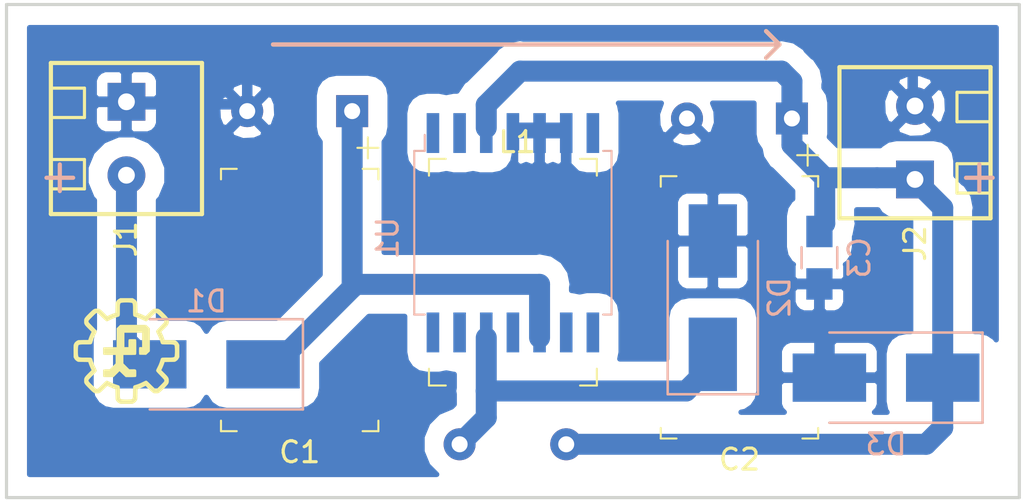
<source format=kicad_pcb>
(kicad_pcb (version 20171130) (host pcbnew "(5.0.0-rc2-154-gb82bf7c44)")

  (general
    (thickness 1.6)
    (drawings 14)
    (tracks 53)
    (zones 0)
    (modules 11)
    (nets 6)
  )

  (page A4)
  (title_block
    (title "0.5A 5V Step-Down Voltage Regulator")
    (date 2018-06-16)
    (rev "rev. 1.00.1")
    (comment 1 "License: CC BY 4.0")
    (comment 2 "Author: Georgiy")
  )

  (layers
    (0 F.Cu signal)
    (31 B.Cu signal)
    (32 B.Adhes user)
    (33 F.Adhes user)
    (34 B.Paste user)
    (35 F.Paste user)
    (36 B.SilkS user)
    (37 F.SilkS user)
    (38 B.Mask user)
    (39 F.Mask user)
    (40 Dwgs.User user)
    (41 Cmts.User user)
    (42 Eco1.User user)
    (43 Eco2.User user)
    (44 Edge.Cuts user)
    (45 Margin user)
    (46 B.CrtYd user)
    (47 F.CrtYd user)
    (48 B.Fab user)
    (49 F.Fab user)
  )

  (setup
    (last_trace_width 0.25)
    (user_trace_width 0.5)
    (user_trace_width 0.6)
    (user_trace_width 1)
    (user_trace_width 2)
    (trace_clearance 0.2)
    (zone_clearance 0.508)
    (zone_45_only no)
    (trace_min 0.2)
    (segment_width 0.2)
    (edge_width 0.15)
    (via_size 0.6)
    (via_drill 0.4)
    (via_min_size 0.4)
    (via_min_drill 0.3)
    (uvia_size 0.3)
    (uvia_drill 0.1)
    (uvias_allowed no)
    (uvia_min_size 0.2)
    (uvia_min_drill 0.1)
    (pcb_text_width 0.3)
    (pcb_text_size 1.5 1.5)
    (mod_edge_width 0.15)
    (mod_text_size 1 1)
    (mod_text_width 0.15)
    (pad_size 1.524 1.524)
    (pad_drill 0.762)
    (pad_to_mask_clearance 0.2)
    (aux_axis_origin 0 0)
    (visible_elements 7FFFEFFF)
    (pcbplotparams
      (layerselection 0x31030_ffffffff)
      (usegerberextensions false)
      (usegerberattributes false)
      (usegerberadvancedattributes false)
      (creategerberjobfile false)
      (excludeedgelayer true)
      (linewidth 0.100000)
      (plotframeref false)
      (viasonmask false)
      (mode 1)
      (useauxorigin false)
      (hpglpennumber 1)
      (hpglpenspeed 20)
      (hpglpendiameter 15.000000)
      (psnegative false)
      (psa4output false)
      (plotreference true)
      (plotvalue true)
      (plotinvisibletext false)
      (padsonsilk false)
      (subtractmaskfromsilk false)
      (outputformat 4)
      (mirror false)
      (drillshape 1)
      (scaleselection 1)
      (outputdirectory pdf/))
  )

  (net 0 "")
  (net 1 GND)
  (net 2 "Net-(C1-Pad1)")
  (net 3 "Net-(C2-Pad1)")
  (net 4 "Net-(D1-Pad2)")
  (net 5 "Net-(D2-Pad1)")

  (net_class Default "Это класс цепей по умолчанию."
    (clearance 0.2)
    (trace_width 0.25)
    (via_dia 0.6)
    (via_drill 0.4)
    (uvia_dia 0.3)
    (uvia_drill 0.1)
    (add_net GND)
    (add_net "Net-(C1-Pad1)")
    (add_net "Net-(C2-Pad1)")
    (add_net "Net-(D1-Pad2)")
    (add_net "Net-(D2-Pad1)")
  )

  (module gk-footprints:SOIC-14W_7.5x9.0mm_P1.27mm (layer B.Cu) (tedit 5AF5C720) (tstamp 5B00CBC3)
    (at 167.64 105.49 270)
    (tags SOIC14W)
    (path /5AEB4363)
    (fp_text reference U1 (at 0.254 5.969 270) (layer B.SilkS)
      (effects (font (size 1 1) (thickness 0.15)) (justify mirror))
    )
    (fp_text value LM2574M-5.0 (at 0.31 6.04 270) (layer B.Fab)
      (effects (font (size 1 1) (thickness 0.15)) (justify mirror))
    )
    (fp_line (start -3 4.5) (end -3.6 3.9) (layer B.Fab) (width 0.1))
    (fp_line (start -3.6 -4.5) (end -3.6 3.9) (layer B.Fab) (width 0.1))
    (fp_line (start 3.6 -4.5) (end -3.6 -4.5) (layer B.Fab) (width 0.1))
    (fp_line (start 3.6 4.5) (end 3.6 -4.5) (layer B.Fab) (width 0.1))
    (fp_line (start -3 4.5) (end 3.6 4.5) (layer B.Fab) (width 0.1))
    (fp_line (start -5.842 -4.826) (end -5.842 5.207) (layer B.CrtYd) (width 0.05))
    (fp_line (start 5.842 -4.826) (end -5.842 -4.826) (layer B.CrtYd) (width 0.05))
    (fp_line (start 5.842 5.207) (end 5.842 -4.826) (layer B.CrtYd) (width 0.05))
    (fp_line (start -5.842 5.207) (end 5.842 5.207) (layer B.CrtYd) (width 0.05))
    (fp_text user %R (at 0.254 -0.127 270) (layer B.Fab)
      (effects (font (size 1 1) (thickness 0.15)) (justify mirror))
    )
    (fp_line (start -3.9 -4.7) (end -3.9 -4.3) (layer B.SilkS) (width 0.1))
    (fp_line (start 3.9 -4.7) (end -3.9 -4.7) (layer B.SilkS) (width 0.1))
    (fp_line (start 3.9 -4.3) (end 3.9 -4.7) (layer B.SilkS) (width 0.1))
    (fp_line (start 3.9 4.7) (end 3.9 4.2) (layer B.SilkS) (width 0.1))
    (fp_line (start -3.9 4.2) (end -4.662 4.2) (layer B.SilkS) (width 0.1))
    (fp_line (start -3.9 4.7) (end -3.9 4.2) (layer B.SilkS) (width 0.1))
    (fp_line (start 3.9 4.7) (end -3.9 4.7) (layer B.SilkS) (width 0.1))
    (pad 1 smd rect (at -4.75 3.81 270) (size 1.9 0.6) (layers B.Cu B.Paste B.Mask))
    (pad 2 smd rect (at -4.75 2.54 270) (size 1.9 0.6) (layers B.Cu B.Paste B.Mask))
    (pad 3 smd rect (at -4.75 1.27 270) (size 1.9 0.6) (layers B.Cu B.Paste B.Mask)
      (net 3 "Net-(C2-Pad1)"))
    (pad 4 smd rect (at -4.75 0 270) (size 1.9 0.6) (layers B.Cu B.Paste B.Mask)
      (net 1 GND))
    (pad 6 smd rect (at -4.75 -2.54 270) (size 1.9 0.6) (layers B.Cu B.Paste B.Mask)
      (net 1 GND))
    (pad 5 smd rect (at -4.75 -1.27 270) (size 1.9 0.6) (layers B.Cu B.Paste B.Mask)
      (net 1 GND))
    (pad 7 smd rect (at -4.75 -3.81 270) (size 1.9 0.6) (layers B.Cu B.Paste B.Mask))
    (pad 9 smd rect (at 4.75 -2.54 270) (size 1.9 0.6) (layers B.Cu B.Paste B.Mask))
    (pad 12 smd rect (at 4.75 1.27 270) (size 1.9 0.6) (layers B.Cu B.Paste B.Mask)
      (net 5 "Net-(D2-Pad1)"))
    (pad 14 smd rect (at 4.75 3.81 270) (size 1.9 0.6) (layers B.Cu B.Paste B.Mask))
    (pad 10 smd rect (at 4.75 -1.27 270) (size 1.9 0.6) (layers B.Cu B.Paste B.Mask)
      (net 2 "Net-(C1-Pad1)"))
    (pad 13 smd rect (at 4.75 2.54 270) (size 1.9 0.6) (layers B.Cu B.Paste B.Mask))
    (pad 11 smd rect (at 4.75 0 270) (size 1.9 0.6) (layers B.Cu B.Paste B.Mask))
    (pad 8 smd rect (at 4.75 -3.81 270) (size 1.9 0.6) (layers B.Cu B.Paste B.Mask))
    (model D:/Robo/Software/KiCad/gk-kicad-library/gk-packages3d/SOIC-14_W7.5mm.wrl
      (at (xyz 0 0 0))
      (scale (xyz 1 1 1))
      (rotate (xyz 0 0 0))
    )
  )

  (module gk-footprints:TerminalBlock_02_P3.50mm (layer F.Cu) (tedit 5AFDEAED) (tstamp 5B00CBA5)
    (at 186.8 101.2 90)
    (path /5AEB45A0)
    (fp_text reference J2 (at -4.8 0 90) (layer F.SilkS)
      (effects (font (size 1 1) (thickness 0.15)))
    )
    (fp_text value "0.5A Load" (at 0 0 90) (layer F.Fab)
      (effects (font (size 1 1) (thickness 0.15)))
    )
    (fp_line (start -3.8 -3.8) (end 3.8 -3.8) (layer F.CrtYd) (width 0.05))
    (fp_line (start 3.8 -3.8) (end 3.8 3.8) (layer F.CrtYd) (width 0.05))
    (fp_line (start 3.8 3.8) (end -3.8 3.8) (layer F.CrtYd) (width 0.05))
    (fp_line (start -3.8 3.8) (end -3.8 -3.8) (layer F.CrtYd) (width 0.05))
    (fp_text user %R (at 0.2 -2.2 90) (layer F.Fab)
      (effects (font (size 1 1) (thickness 0.15)))
    )
    (fp_line (start 2.4 2) (end 2.4 3.6) (layer F.Fab) (width 0.1))
    (fp_line (start 1 2) (end 2.4 2) (layer F.Fab) (width 0.1))
    (fp_line (start 1 3.6) (end 1 2) (layer F.Fab) (width 0.1))
    (fp_line (start -1 2) (end -1 3.6) (layer F.Fab) (width 0.1))
    (fp_line (start -2.4 2) (end -1 2) (layer F.Fab) (width 0.1))
    (fp_line (start -2.4 3.6) (end -2.4 2) (layer F.Fab) (width 0.1))
    (fp_line (start -3.6 3.6) (end -3.6 -3.6) (layer F.Fab) (width 0.1))
    (fp_line (start 3.6 3.6) (end -3.6 3.6) (layer F.Fab) (width 0.1))
    (fp_line (start 3.6 -3.6) (end 3.6 3.6) (layer F.Fab) (width 0.1))
    (fp_line (start -3.6 -3.6) (end 3.6 -3.6) (layer F.Fab) (width 0.1))
    (fp_line (start 1 2) (end 1 3.6) (layer F.SilkS) (width 0.15))
    (fp_line (start 2.4 2) (end 1 2) (layer F.SilkS) (width 0.15))
    (fp_line (start 2.4 3.6) (end 2.4 2) (layer F.SilkS) (width 0.15))
    (fp_line (start -1 2) (end -1 3.6) (layer F.SilkS) (width 0.15))
    (fp_line (start -2.4 2) (end -1 2) (layer F.SilkS) (width 0.15))
    (fp_line (start -2.4 3.6) (end -2.4 2) (layer F.SilkS) (width 0.15))
    (fp_line (start -3.6 3.6) (end -3.6 -3.6) (layer F.SilkS) (width 0.2))
    (fp_line (start 3.6 3.6) (end -3.6 3.6) (layer F.SilkS) (width 0.2))
    (fp_line (start 3.6 -3.6) (end 3.6 3.6) (layer F.SilkS) (width 0.2))
    (fp_line (start -3.6 -3.6) (end 3.6 -3.6) (layer F.SilkS) (width 0.2))
    (pad 2 thru_hole circle (at 1.75 0 90) (size 1.8 1.8) (drill 0.8) (layers *.Cu *.Mask)
      (net 1 GND))
    (pad 1 thru_hole rect (at -1.75 0 90) (size 1.8 1.8) (drill 0.8) (layers *.Cu *.Mask)
      (net 3 "Net-(C2-Pad1)"))
    (model D:/Robo/Software/KiCad/gk-kicad-library/gk-packages3d/DG350-3,5-02P.step
      (at (xyz 0 0 0))
      (scale (xyz 1 1 1))
      (rotate (xyz 0 0 0))
    )
  )

  (module gk-footprints:TerminalBlock_02_P3.50mm (layer F.Cu) (tedit 5AFDEAED) (tstamp 5B00CB87)
    (at 149.225 101 270)
    (path /5AEB454B)
    (fp_text reference J1 (at 4.8 0.025 270) (layer F.SilkS)
      (effects (font (size 1 1) (thickness 0.15)))
    )
    (fp_text value "DC In" (at 0 0.025 270) (layer F.Fab)
      (effects (font (size 1 1) (thickness 0.15)))
    )
    (fp_line (start -3.6 -3.6) (end 3.6 -3.6) (layer F.SilkS) (width 0.2))
    (fp_line (start 3.6 -3.6) (end 3.6 3.6) (layer F.SilkS) (width 0.2))
    (fp_line (start 3.6 3.6) (end -3.6 3.6) (layer F.SilkS) (width 0.2))
    (fp_line (start -3.6 3.6) (end -3.6 -3.6) (layer F.SilkS) (width 0.2))
    (fp_line (start -2.4 3.6) (end -2.4 2) (layer F.SilkS) (width 0.15))
    (fp_line (start -2.4 2) (end -1 2) (layer F.SilkS) (width 0.15))
    (fp_line (start -1 2) (end -1 3.6) (layer F.SilkS) (width 0.15))
    (fp_line (start 2.4 3.6) (end 2.4 2) (layer F.SilkS) (width 0.15))
    (fp_line (start 2.4 2) (end 1 2) (layer F.SilkS) (width 0.15))
    (fp_line (start 1 2) (end 1 3.6) (layer F.SilkS) (width 0.15))
    (fp_line (start -3.6 -3.6) (end 3.6 -3.6) (layer F.Fab) (width 0.1))
    (fp_line (start 3.6 -3.6) (end 3.6 3.6) (layer F.Fab) (width 0.1))
    (fp_line (start 3.6 3.6) (end -3.6 3.6) (layer F.Fab) (width 0.1))
    (fp_line (start -3.6 3.6) (end -3.6 -3.6) (layer F.Fab) (width 0.1))
    (fp_line (start -2.4 3.6) (end -2.4 2) (layer F.Fab) (width 0.1))
    (fp_line (start -2.4 2) (end -1 2) (layer F.Fab) (width 0.1))
    (fp_line (start -1 2) (end -1 3.6) (layer F.Fab) (width 0.1))
    (fp_line (start 1 3.6) (end 1 2) (layer F.Fab) (width 0.1))
    (fp_line (start 1 2) (end 2.4 2) (layer F.Fab) (width 0.1))
    (fp_line (start 2.4 2) (end 2.4 3.6) (layer F.Fab) (width 0.1))
    (fp_text user %R (at 0 -2.2 270) (layer F.Fab)
      (effects (font (size 1 1) (thickness 0.15)))
    )
    (fp_line (start -3.8 3.8) (end -3.8 -3.8) (layer F.CrtYd) (width 0.05))
    (fp_line (start 3.8 3.8) (end -3.8 3.8) (layer F.CrtYd) (width 0.05))
    (fp_line (start 3.8 -3.8) (end 3.8 3.8) (layer F.CrtYd) (width 0.05))
    (fp_line (start -3.8 -3.8) (end 3.8 -3.8) (layer F.CrtYd) (width 0.05))
    (pad 1 thru_hole rect (at -1.75 0 270) (size 1.8 1.8) (drill 0.8) (layers *.Cu *.Mask)
      (net 1 GND))
    (pad 2 thru_hole circle (at 1.75 0 270) (size 1.8 1.8) (drill 0.8) (layers *.Cu *.Mask)
      (net 4 "Net-(D1-Pad2)"))
    (model D:/Robo/Software/KiCad/gk-kicad-library/gk-packages3d/DG350-3,5-02P.step
      (at (xyz 0 0 0))
      (scale (xyz 1 1 1))
      (rotate (xyz 0 0 0))
    )
  )

  (module gk-footprints:CP_Radial_H12.0mm_D7.0mm_P5.00mm_Horizontal (layer F.Cu) (tedit 5AECEAA1) (tstamp 5AED6346)
    (at 157.48 105.695 180)
    (descr "CP, Radial series, Radial, pin pitch=5.00mm, , diameter=7mm, height=12mm, Horizontal, Electrolytic Capacitor")
    (tags "CP Radial series Radial pin pitch 5.00mm  diameter 7mm height 12mm Horizontal Electrolytic Capacitor")
    (path /5AEB43C4)
    (fp_text reference C1 (at 0 -10.25 180) (layer F.SilkS)
      (effects (font (size 1 1) (thickness 0.15)))
    )
    (fp_text value "47uF 50V" (at 0 -10.51 180) (layer F.Fab)
      (effects (font (size 1 1) (thickness 0.15)))
    )
    (fp_line (start -4 7) (end -4 -9.5) (layer F.CrtYd) (width 0.05))
    (fp_line (start 4 7) (end -4 7) (layer F.CrtYd) (width 0.05))
    (fp_line (start 4 -9.5) (end 4 7) (layer F.CrtYd) (width 0.05))
    (fp_line (start -4 -9.5) (end 4 -9.5) (layer F.CrtYd) (width 0.05))
    (fp_line (start 3.75 -9.25) (end 3.75 -8.75) (layer F.SilkS) (width 0.1))
    (fp_line (start 3 -9.25) (end 3.75 -9.25) (layer F.SilkS) (width 0.1))
    (fp_line (start -3.75 -9.25) (end -3 -9.25) (layer F.SilkS) (width 0.1))
    (fp_line (start -3.75 -8.75) (end -3.75 -9.25) (layer F.SilkS) (width 0.1))
    (fp_line (start 3.75 3.25) (end 3.75 2.75) (layer F.SilkS) (width 0.1))
    (fp_line (start 3 3.25) (end 3.75 3.25) (layer F.SilkS) (width 0.1))
    (fp_line (start -3.75 3.25) (end -3.75 2.75) (layer F.SilkS) (width 0.1))
    (fp_line (start -3 3.25) (end -3.75 3.25) (layer F.SilkS) (width 0.1))
    (fp_text user %R (at 0 -3.5 180) (layer F.Fab)
      (effects (font (size 1 1) (thickness 0.15)))
    )
    (fp_line (start -3.75 4.25) (end -2.75 4.25) (layer F.SilkS) (width 0.1))
    (fp_line (start -3.25 3.75) (end -3.25 4.75) (layer F.SilkS) (width 0.1))
    (fp_line (start -3 2) (end -2 2) (layer F.Fab) (width 0.1))
    (fp_line (start -2.5 1.5) (end -2.5 2.5) (layer F.Fab) (width 0.1))
    (fp_line (start 2.5 4.5) (end 2.5 3) (layer F.Fab) (width 0.1))
    (fp_line (start -2.5 4.5) (end -2.5 3) (layer F.Fab) (width 0.1))
    (fp_line (start 3.5 3) (end 3.5 -9) (layer F.Fab) (width 0.1))
    (fp_line (start -3.5 3) (end 3.5 3) (layer F.Fab) (width 0.1))
    (fp_line (start -3.5 -9) (end -3.5 3) (layer F.Fab) (width 0.1))
    (fp_line (start 3.5 -9) (end -3.5 -9) (layer F.Fab) (width 0.1))
    (pad 1 thru_hole rect (at -2.5 6 180) (size 1.524 1.524) (drill 0.762) (layers *.Cu *.Mask)
      (net 2 "Net-(C1-Pad1)"))
    (pad 2 thru_hole circle (at 2.5 6 180) (size 1.524 1.524) (drill 0.762) (layers *.Cu *.Mask)
      (net 1 GND))
  )

  (module gk-footprints:CP_Radial_H12.0mm_D7.0mm_P5.00mm_Horizontal (layer F.Cu) (tedit 5AECEAA1) (tstamp 5AED634C)
    (at 178.435 106.045 180)
    (descr "CP, Radial series, Radial, pin pitch=5.00mm, , diameter=7mm, height=12mm, Horizontal, Electrolytic Capacitor")
    (tags "CP Radial series Radial pin pitch 5.00mm  diameter 7mm height 12mm Horizontal Electrolytic Capacitor")
    (path /5AEB4405)
    (fp_text reference C2 (at 0 -10.25 180) (layer F.SilkS)
      (effects (font (size 1 1) (thickness 0.15)))
    )
    (fp_text value "100uF 16V" (at 0 -10.16 180) (layer F.Fab)
      (effects (font (size 1 1) (thickness 0.15)))
    )
    (fp_line (start -4 7) (end -4 -9.5) (layer F.CrtYd) (width 0.05))
    (fp_line (start 4 7) (end -4 7) (layer F.CrtYd) (width 0.05))
    (fp_line (start 4 -9.5) (end 4 7) (layer F.CrtYd) (width 0.05))
    (fp_line (start -4 -9.5) (end 4 -9.5) (layer F.CrtYd) (width 0.05))
    (fp_line (start 3.75 -9.25) (end 3.75 -8.75) (layer F.SilkS) (width 0.1))
    (fp_line (start 3 -9.25) (end 3.75 -9.25) (layer F.SilkS) (width 0.1))
    (fp_line (start -3.75 -9.25) (end -3 -9.25) (layer F.SilkS) (width 0.1))
    (fp_line (start -3.75 -8.75) (end -3.75 -9.25) (layer F.SilkS) (width 0.1))
    (fp_line (start 3.75 3.25) (end 3.75 2.75) (layer F.SilkS) (width 0.1))
    (fp_line (start 3 3.25) (end 3.75 3.25) (layer F.SilkS) (width 0.1))
    (fp_line (start -3.75 3.25) (end -3.75 2.75) (layer F.SilkS) (width 0.1))
    (fp_line (start -3 3.25) (end -3.75 3.25) (layer F.SilkS) (width 0.1))
    (fp_text user %R (at 0 -3.5 180) (layer F.Fab)
      (effects (font (size 1 1) (thickness 0.15)))
    )
    (fp_line (start -3.75 4.25) (end -2.75 4.25) (layer F.SilkS) (width 0.1))
    (fp_line (start -3.25 3.75) (end -3.25 4.75) (layer F.SilkS) (width 0.1))
    (fp_line (start -3 2) (end -2 2) (layer F.Fab) (width 0.1))
    (fp_line (start -2.5 1.5) (end -2.5 2.5) (layer F.Fab) (width 0.1))
    (fp_line (start 2.5 4.5) (end 2.5 3) (layer F.Fab) (width 0.1))
    (fp_line (start -2.5 4.5) (end -2.5 3) (layer F.Fab) (width 0.1))
    (fp_line (start 3.5 3) (end 3.5 -9) (layer F.Fab) (width 0.1))
    (fp_line (start -3.5 3) (end 3.5 3) (layer F.Fab) (width 0.1))
    (fp_line (start -3.5 -9) (end -3.5 3) (layer F.Fab) (width 0.1))
    (fp_line (start 3.5 -9) (end -3.5 -9) (layer F.Fab) (width 0.1))
    (pad 1 thru_hole rect (at -2.5 6 180) (size 1.524 1.524) (drill 0.762) (layers *.Cu *.Mask)
      (net 3 "Net-(C2-Pad1)"))
    (pad 2 thru_hole circle (at 2.5 6 180) (size 1.524 1.524) (drill 0.762) (layers *.Cu *.Mask)
      (net 1 GND))
  )

  (module Capacitors_SMD:C_0805_HandSoldering (layer B.Cu) (tedit 58AA84A8) (tstamp 5AED6352)
    (at 182.245 106.68 270)
    (descr "Capacitor SMD 0805, hand soldering")
    (tags "capacitor 0805")
    (path /5AECEFCF)
    (attr smd)
    (fp_text reference C3 (at 0 -1.905 270) (layer B.SilkS)
      (effects (font (size 1 1) (thickness 0.15)) (justify mirror))
    )
    (fp_text value 100nF (at 0 -1.75 270) (layer B.Fab)
      (effects (font (size 1 1) (thickness 0.15)) (justify mirror))
    )
    (fp_text user %R (at 0 1.397 270) (layer B.Fab)
      (effects (font (size 1 1) (thickness 0.15)) (justify mirror))
    )
    (fp_line (start -1 -0.62) (end -1 0.62) (layer B.Fab) (width 0.1))
    (fp_line (start 1 -0.62) (end -1 -0.62) (layer B.Fab) (width 0.1))
    (fp_line (start 1 0.62) (end 1 -0.62) (layer B.Fab) (width 0.1))
    (fp_line (start -1 0.62) (end 1 0.62) (layer B.Fab) (width 0.1))
    (fp_line (start 0.5 0.85) (end -0.5 0.85) (layer B.SilkS) (width 0.12))
    (fp_line (start -0.5 -0.85) (end 0.5 -0.85) (layer B.SilkS) (width 0.12))
    (fp_line (start -2.25 0.88) (end 2.25 0.88) (layer B.CrtYd) (width 0.05))
    (fp_line (start -2.25 0.88) (end -2.25 -0.87) (layer B.CrtYd) (width 0.05))
    (fp_line (start 2.25 -0.87) (end 2.25 0.88) (layer B.CrtYd) (width 0.05))
    (fp_line (start 2.25 -0.87) (end -2.25 -0.87) (layer B.CrtYd) (width 0.05))
    (pad 1 smd rect (at -1.25 0 270) (size 1.5 1.25) (layers B.Cu B.Paste B.Mask)
      (net 3 "Net-(C2-Pad1)"))
    (pad 2 smd rect (at 1.25 0 270) (size 1.5 1.25) (layers B.Cu B.Paste B.Mask)
      (net 1 GND))
    (model Capacitors_SMD.3dshapes/C_0805.wrl
      (at (xyz 0 0 0))
      (scale (xyz 1 1 1))
      (rotate (xyz 0 0 0))
    )
  )

  (module Diodes_SMD:D_SMB_Handsoldering (layer B.Cu) (tedit 590B3D55) (tstamp 5AED636A)
    (at 153.035 111.76 180)
    (descr "Diode SMB (DO-214AA) Handsoldering")
    (tags "Diode SMB (DO-214AA) Handsoldering")
    (path /5AED5D89)
    (attr smd)
    (fp_text reference D1 (at 0 3 180) (layer B.SilkS)
      (effects (font (size 1 1) (thickness 0.15)) (justify mirror))
    )
    (fp_text value S1G (at 0 -3 180) (layer B.Fab)
      (effects (font (size 1 1) (thickness 0.15)) (justify mirror))
    )
    (fp_text user %R (at 0 3 180) (layer B.Fab)
      (effects (font (size 1 1) (thickness 0.15)) (justify mirror))
    )
    (fp_line (start -4.6 2.15) (end -4.6 -2.15) (layer B.SilkS) (width 0.12))
    (fp_line (start 2.3 -2) (end -2.3 -2) (layer B.Fab) (width 0.1))
    (fp_line (start -2.3 -2) (end -2.3 2) (layer B.Fab) (width 0.1))
    (fp_line (start 2.3 2) (end 2.3 -2) (layer B.Fab) (width 0.1))
    (fp_line (start 2.3 2) (end -2.3 2) (layer B.Fab) (width 0.1))
    (fp_line (start -4.7 2.25) (end 4.7 2.25) (layer B.CrtYd) (width 0.05))
    (fp_line (start 4.7 2.25) (end 4.7 -2.25) (layer B.CrtYd) (width 0.05))
    (fp_line (start 4.7 -2.25) (end -4.7 -2.25) (layer B.CrtYd) (width 0.05))
    (fp_line (start -4.7 -2.25) (end -4.7 2.25) (layer B.CrtYd) (width 0.05))
    (fp_line (start -0.64944 -0.00102) (end -1.55114 -0.00102) (layer B.Fab) (width 0.1))
    (fp_line (start 0.50118 -0.00102) (end 1.4994 -0.00102) (layer B.Fab) (width 0.1))
    (fp_line (start -0.64944 0.79908) (end -0.64944 -0.80112) (layer B.Fab) (width 0.1))
    (fp_line (start 0.50118 -0.75032) (end 0.50118 0.79908) (layer B.Fab) (width 0.1))
    (fp_line (start -0.64944 -0.00102) (end 0.50118 -0.75032) (layer B.Fab) (width 0.1))
    (fp_line (start -0.64944 -0.00102) (end 0.50118 0.79908) (layer B.Fab) (width 0.1))
    (fp_line (start -4.6 -2.15) (end 2.7 -2.15) (layer B.SilkS) (width 0.12))
    (fp_line (start -4.6 2.15) (end 2.7 2.15) (layer B.SilkS) (width 0.12))
    (pad 1 smd rect (at -2.7 0 180) (size 3.5 2.3) (layers B.Cu B.Paste B.Mask)
      (net 2 "Net-(C1-Pad1)"))
    (pad 2 smd rect (at 2.7 0 180) (size 3.5 2.3) (layers B.Cu B.Paste B.Mask)
      (net 4 "Net-(D1-Pad2)"))
    (model ${KISYS3DMOD}/Diodes_SMD.3dshapes/D_SMB.wrl
      (at (xyz 0 0 0))
      (scale (xyz 1 1 1))
      (rotate (xyz 0 0 0))
    )
  )

  (module Diodes_SMD:D_SMB_Handsoldering (layer B.Cu) (tedit 590B3D55) (tstamp 5AED6382)
    (at 177.165 108.585 90)
    (descr "Diode SMB (DO-214AA) Handsoldering")
    (tags "Diode SMB (DO-214AA) Handsoldering")
    (path /5AEB448F)
    (attr smd)
    (fp_text reference D2 (at 0 3.175 90) (layer B.SilkS)
      (effects (font (size 1 1) (thickness 0.15)) (justify mirror))
    )
    (fp_text value B14 (at -1.27 -2.921 90) (layer B.Fab)
      (effects (font (size 1 1) (thickness 0.15)) (justify mirror))
    )
    (fp_text user %R (at 1.905 -2.921 90) (layer B.Fab)
      (effects (font (size 1 1) (thickness 0.15)) (justify mirror))
    )
    (fp_line (start -4.6 2.15) (end -4.6 -2.15) (layer B.SilkS) (width 0.12))
    (fp_line (start 2.3 -2) (end -2.3 -2) (layer B.Fab) (width 0.1))
    (fp_line (start -2.3 -2) (end -2.3 2) (layer B.Fab) (width 0.1))
    (fp_line (start 2.3 2) (end 2.3 -2) (layer B.Fab) (width 0.1))
    (fp_line (start 2.3 2) (end -2.3 2) (layer B.Fab) (width 0.1))
    (fp_line (start -4.7 2.25) (end 4.7 2.25) (layer B.CrtYd) (width 0.05))
    (fp_line (start 4.7 2.25) (end 4.7 -2.25) (layer B.CrtYd) (width 0.05))
    (fp_line (start 4.7 -2.25) (end -4.7 -2.25) (layer B.CrtYd) (width 0.05))
    (fp_line (start -4.7 -2.25) (end -4.7 2.25) (layer B.CrtYd) (width 0.05))
    (fp_line (start -0.64944 -0.00102) (end -1.55114 -0.00102) (layer B.Fab) (width 0.1))
    (fp_line (start 0.50118 -0.00102) (end 1.4994 -0.00102) (layer B.Fab) (width 0.1))
    (fp_line (start -0.64944 0.79908) (end -0.64944 -0.80112) (layer B.Fab) (width 0.1))
    (fp_line (start 0.50118 -0.75032) (end 0.50118 0.79908) (layer B.Fab) (width 0.1))
    (fp_line (start -0.64944 -0.00102) (end 0.50118 -0.75032) (layer B.Fab) (width 0.1))
    (fp_line (start -0.64944 -0.00102) (end 0.50118 0.79908) (layer B.Fab) (width 0.1))
    (fp_line (start -4.6 -2.15) (end 2.7 -2.15) (layer B.SilkS) (width 0.12))
    (fp_line (start -4.6 2.15) (end 2.7 2.15) (layer B.SilkS) (width 0.12))
    (pad 1 smd rect (at -2.7 0 90) (size 3.5 2.3) (layers B.Cu B.Paste B.Mask)
      (net 5 "Net-(D2-Pad1)"))
    (pad 2 smd rect (at 2.7 0 90) (size 3.5 2.3) (layers B.Cu B.Paste B.Mask)
      (net 1 GND))
    (model ${KISYS3DMOD}/Diodes_SMD.3dshapes/D_SMB.wrl
      (at (xyz 0 0 0))
      (scale (xyz 1 1 1))
      (rotate (xyz 0 0 0))
    )
  )

  (module Diodes_SMD:D_SMB_Handsoldering (layer B.Cu) (tedit 590B3D55) (tstamp 5AED639A)
    (at 185.42 112.395 180)
    (descr "Diode SMB (DO-214AA) Handsoldering")
    (tags "Diode SMB (DO-214AA) Handsoldering")
    (path /5AED60FF)
    (attr smd)
    (fp_text reference D3 (at 0 -3.175 180) (layer B.SilkS)
      (effects (font (size 1 1) (thickness 0.15)) (justify mirror))
    )
    (fp_text value 6V2 (at -1.27 -2.921 180) (layer B.Fab)
      (effects (font (size 1 1) (thickness 0.15)) (justify mirror))
    )
    (fp_text user %R (at 1.905 -2.921 180) (layer B.Fab)
      (effects (font (size 1 1) (thickness 0.15)) (justify mirror))
    )
    (fp_line (start -4.6 2.15) (end -4.6 -2.15) (layer B.SilkS) (width 0.12))
    (fp_line (start 2.3 -2) (end -2.3 -2) (layer B.Fab) (width 0.1))
    (fp_line (start -2.3 -2) (end -2.3 2) (layer B.Fab) (width 0.1))
    (fp_line (start 2.3 2) (end 2.3 -2) (layer B.Fab) (width 0.1))
    (fp_line (start 2.3 2) (end -2.3 2) (layer B.Fab) (width 0.1))
    (fp_line (start -4.7 2.25) (end 4.7 2.25) (layer B.CrtYd) (width 0.05))
    (fp_line (start 4.7 2.25) (end 4.7 -2.25) (layer B.CrtYd) (width 0.05))
    (fp_line (start 4.7 -2.25) (end -4.7 -2.25) (layer B.CrtYd) (width 0.05))
    (fp_line (start -4.7 -2.25) (end -4.7 2.25) (layer B.CrtYd) (width 0.05))
    (fp_line (start -0.64944 -0.00102) (end -1.55114 -0.00102) (layer B.Fab) (width 0.1))
    (fp_line (start 0.50118 -0.00102) (end 1.4994 -0.00102) (layer B.Fab) (width 0.1))
    (fp_line (start -0.64944 0.79908) (end -0.64944 -0.80112) (layer B.Fab) (width 0.1))
    (fp_line (start 0.50118 -0.75032) (end 0.50118 0.79908) (layer B.Fab) (width 0.1))
    (fp_line (start -0.64944 -0.00102) (end 0.50118 -0.75032) (layer B.Fab) (width 0.1))
    (fp_line (start -0.64944 -0.00102) (end 0.50118 0.79908) (layer B.Fab) (width 0.1))
    (fp_line (start -4.6 -2.15) (end 2.7 -2.15) (layer B.SilkS) (width 0.12))
    (fp_line (start -4.6 2.15) (end 2.7 2.15) (layer B.SilkS) (width 0.12))
    (pad 1 smd rect (at -2.7 0 180) (size 3.5 2.3) (layers B.Cu B.Paste B.Mask)
      (net 3 "Net-(C2-Pad1)"))
    (pad 2 smd rect (at 2.7 0 180) (size 3.5 2.3) (layers B.Cu B.Paste B.Mask)
      (net 1 GND))
    (model ${KISYS3DMOD}/Diodes_SMD.3dshapes/D_SMB.wrl
      (at (xyz 0 0 0))
      (scale (xyz 1 1 1))
      (rotate (xyz 0 0 0))
    )
  )

  (module gk-footprints:L_Rect_L10.5mm_W7.5mm_P5.00mm_Horizontal (layer F.Cu) (tedit 5AECEBC8) (tstamp 5AED63AC)
    (at 167.64 108.57)
    (tags Inductor_THT)
    (path /5AEB4436)
    (fp_text reference L1 (at 0.2 -7.4) (layer F.SilkS)
      (effects (font (size 1 1) (thickness 0.15)))
    )
    (fp_text value 220uH (at 0 -8.24) (layer F.Fab)
      (effects (font (size 1 1) (thickness 0.15)))
    )
    (fp_line (start -4.25 8) (end -4.25 -6.75) (layer F.CrtYd) (width 0.05))
    (fp_line (start 4.25 8) (end -4.25 8) (layer F.CrtYd) (width 0.05))
    (fp_line (start 4.25 -6.75) (end 4.25 8) (layer F.CrtYd) (width 0.05))
    (fp_line (start -4.25 -6.75) (end 4.25 -6.75) (layer F.CrtYd) (width 0.05))
    (fp_line (start -4 4.2) (end -4 3.4) (layer F.SilkS) (width 0.1))
    (fp_line (start -4 4.2) (end -3.2 4.2) (layer F.SilkS) (width 0.1))
    (fp_line (start 4 4.2) (end 4 3.4) (layer F.SilkS) (width 0.1))
    (fp_line (start 4 4.2) (end 3.2 4.2) (layer F.SilkS) (width 0.1))
    (fp_line (start 4 -6.6) (end 4 -5.8) (layer F.SilkS) (width 0.1))
    (fp_line (start 4 -6.6) (end 3.2 -6.6) (layer F.SilkS) (width 0.1))
    (fp_line (start -4 -6.6) (end -4 -5.8) (layer F.SilkS) (width 0.1))
    (fp_line (start -4 -6.6) (end -3.2 -6.6) (layer F.SilkS) (width 0.1))
    (fp_text user %R (at 0.2 -1) (layer F.Fab)
      (effects (font (size 1 1) (thickness 0.15)))
    )
    (fp_line (start -2.54 5.334) (end -2.54 4.064) (layer F.Fab) (width 0.1))
    (fp_line (start 2.54 5.334) (end 2.54 4.064) (layer F.Fab) (width 0.1))
    (fp_line (start -3.81 4.064) (end -3.81 -6.35) (layer F.Fab) (width 0.1))
    (fp_line (start 3.81 4.064) (end -3.81 4.064) (layer F.Fab) (width 0.1))
    (fp_line (start 3.81 -6.35) (end 3.81 4.064) (layer F.Fab) (width 0.1))
    (fp_line (start -3.81 -6.35) (end 3.81 -6.35) (layer F.Fab) (width 0.1))
    (pad 1 thru_hole circle (at 2.54 7) (size 1.524 1.524) (drill 0.762) (layers *.Cu *.Mask)
      (net 3 "Net-(C2-Pad1)"))
    (pad 2 thru_hole circle (at -2.54 7) (size 1.524 1.524) (drill 0.762) (layers *.Cu *.Mask)
      (net 5 "Net-(D2-Pad1)"))
  )

  (module gk-pcb-logo:pcb-logo-v1-5mm (layer F.Cu) (tedit 0) (tstamp 5B25A9A1)
    (at 149.225 111.125 270)
    (fp_text reference G*** (at 0 0 270) (layer F.SilkS) hide
      (effects (font (size 1.524 1.524) (thickness 0.3)))
    )
    (fp_text value LOGO (at 0.75 0 270) (layer F.SilkS) hide
      (effects (font (size 1.524 1.524) (thickness 0.3)))
    )
    (fp_poly (pts (xy -0.530314 -1.112337) (xy 0.014767 -1.112192) (xy 0.095988 -1.0245) (xy 0.177209 -0.936809)
      (xy 0.177209 -0.78049) (xy 0.176572 -0.712117) (xy 0.174608 -0.662263) (xy 0.171237 -0.629796)
      (xy 0.166379 -0.613583) (xy 0.165395 -0.612357) (xy 0.151707 -0.607194) (xy 0.121813 -0.603558)
      (xy 0.074612 -0.601371) (xy 0.009 -0.600553) (xy -0.000444 -0.600543) (xy -0.066364 -0.600939)
      (xy -0.115054 -0.602955) (xy -0.148971 -0.60783) (xy -0.17057 -0.616806) (xy -0.182309 -0.631123)
      (xy -0.186644 -0.652021) (xy -0.186031 -0.680742) (xy -0.185028 -0.69376) (xy -0.180512 -0.748217)
      (xy -0.876202 -0.748217) (xy -0.876202 0.098449) (xy -0.182132 0.098449) (xy -0.182132 -0.09845)
      (xy -0.355354 -0.09845) (xy -0.418451 -0.098632) (xy -0.464809 -0.099364) (xy -0.497376 -0.100926)
      (xy -0.519102 -0.103599) (xy -0.532935 -0.107662) (xy -0.541825 -0.113396) (xy -0.54487 -0.116454)
      (xy -0.551248 -0.126354) (xy -0.55576 -0.141758) (xy -0.558703 -0.16579) (xy -0.560378 -0.201574)
      (xy -0.561081 -0.252235) (xy -0.561163 -0.286772) (xy -0.560496 -0.354432) (xy -0.558444 -0.403523)
      (xy -0.554928 -0.435124) (xy -0.549871 -0.450313) (xy -0.549349 -0.4509) (xy -0.540306 -0.454286)
      (xy -0.519723 -0.457032) (xy -0.486251 -0.459182) (xy -0.438543 -0.460781) (xy -0.375253 -0.461873)
      (xy -0.295033 -0.462502) (xy -0.196536 -0.462713) (xy -0.191534 -0.462714) (xy -0.099505 -0.462657)
      (xy -0.025165 -0.462421) (xy 0.033489 -0.461906) (xy 0.078457 -0.461012) (xy 0.111742 -0.459641)
      (xy 0.135343 -0.457692) (xy 0.151264 -0.455067) (xy 0.161506 -0.451665) (xy 0.168069 -0.447387)
      (xy 0.170761 -0.44471) (xy 0.175514 -0.437585) (xy 0.179256 -0.426453) (xy 0.182105 -0.409119)
      (xy 0.184178 -0.383387) (xy 0.185592 -0.347061) (xy 0.186464 -0.297945) (xy 0.186912 -0.233843)
      (xy 0.187052 -0.152559) (xy 0.187054 -0.139516) (xy 0.187054 0.147674) (xy 0.595874 0.147674)
      (xy 0.878124 -0.13508) (xy 0.876742 -0.280428) (xy 0.87603 -0.343677) (xy 0.876982 -0.390344)
      (xy 0.882158 -0.422938) (xy 0.894124 -0.443972) (xy 0.915441 -0.455955) (xy 0.948673 -0.461399)
      (xy 0.996383 -0.462815) (xy 1.061134 -0.462714) (xy 1.062812 -0.462714) (xy 1.130776 -0.46206)
      (xy 1.180194 -0.460046) (xy 1.212167 -0.456593) (xy 1.227799 -0.451623) (xy 1.228651 -0.4509)
      (xy 1.232723 -0.440362) (xy 1.235824 -0.416929) (xy 1.238022 -0.379128) (xy 1.239383 -0.325488)
      (xy 1.239975 -0.254535) (xy 1.239987 -0.202314) (xy 1.23951 0.034457) (xy 1.097587 0.182131)
      (xy 0.955664 0.329806) (xy 1.098065 0.472677) (xy 1.240465 0.615548) (xy 1.240465 0.8522)
      (xy 1.240137 0.934585) (xy 1.239107 0.998726) (xy 1.237307 1.04606) (xy 1.23467 1.078023)
      (xy 1.231125 1.096052) (xy 1.228651 1.100666) (xy 1.214963 1.105829) (xy 1.185069 1.109465)
      (xy 1.137868 1.111653) (xy 1.072256 1.11247) (xy 1.062812 1.11248) (xy 1.003363 1.112235)
      (xy 0.960479 1.111287) (xy 0.93104 1.109318) (xy 0.911927 1.10601) (xy 0.900017 1.101046)
      (xy 0.893142 1.095192) (xy 0.886757 1.084696) (xy 0.882303 1.067577) (xy 0.879468 1.040679)
      (xy 0.87794 1.000845) (xy 0.877407 0.944919) (xy 0.877394 0.935881) (xy 0.877292 0.793858)
      (xy 0.595874 0.511938) (xy 0.187054 0.511938) (xy 0.187054 0.795916) (xy 0.186976 0.878563)
      (xy 0.186653 0.94375) (xy 0.185952 0.993709) (xy 0.184739 1.030668) (xy 0.182879 1.056857)
      (xy 0.18024 1.074508) (xy 0.176687 1.085849) (xy 0.172087 1.093112) (xy 0.16905 1.096187)
      (xy 0.15915 1.102565) (xy 0.143746 1.107077) (xy 0.119714 1.11002) (xy 0.08393 1.111695)
      (xy 0.033269 1.112398) (xy -0.001268 1.11248) (xy -0.068928 1.111813) (xy -0.118019 1.109761)
      (xy -0.14962 1.106245) (xy -0.164809 1.101188) (xy -0.165396 1.100666) (xy -0.168954 1.091255)
      (xy -0.171803 1.069958) (xy -0.173994 1.035391) (xy -0.175577 0.986171) (xy -0.176603 0.920915)
      (xy -0.177121 0.838239) (xy -0.17721 0.775783) (xy -0.17721 0.462713) (xy -1.078458 0.462713)
      (xy -1.159462 0.381286) (xy -1.240466 0.29986) (xy -1.239576 -0.940194) (xy -1.157485 -1.026338)
      (xy -1.075394 -1.112481) (xy -0.530314 -1.112337)) (layer F.SilkS) (width 0.01))
    (fp_poly (pts (xy 0.346154 -2.488021) (xy 0.41056 -2.44566) (xy 0.464769 -2.387707) (xy 0.494282 -2.341084)
      (xy 0.501347 -2.326956) (xy 0.506812 -2.312523) (xy 0.510924 -2.295059) (xy 0.513928 -2.271839)
      (xy 0.516072 -2.240135) (xy 0.517602 -2.197224) (xy 0.518765 -2.140377) (xy 0.519807 -2.06687)
      (xy 0.519926 -2.057556) (xy 0.522992 -1.816314) (xy 0.618375 -1.783153) (xy 0.670868 -1.763649)
      (xy 0.73117 -1.739325) (xy 0.789491 -1.714192) (xy 0.813543 -1.70319) (xy 0.913326 -1.656387)
      (xy 1.064589 -1.80811) (xy 1.125213 -1.868196) (xy 1.175104 -1.915351) (xy 1.216879 -1.951116)
      (xy 1.253156 -1.97703) (xy 1.286551 -1.994636) (xy 1.319682 -2.005475) (xy 1.355167 -2.011087)
      (xy 1.395623 -2.013013) (xy 1.412752 -2.013099) (xy 1.45168 -2.012363) (xy 1.485156 -2.00939)
      (xy 1.51547 -2.002751) (xy 1.544917 -1.991018) (xy 1.575789 -1.972763) (xy 1.610379 -1.946558)
      (xy 1.650981 -1.910974) (xy 1.699886 -1.864583) (xy 1.759387 -1.805956) (xy 1.782879 -1.782544)
      (xy 1.846052 -1.71912) (xy 1.896501 -1.667067) (xy 1.935653 -1.624064) (xy 1.964933 -1.587791)
      (xy 1.98577 -1.555929) (xy 1.999589 -1.526156) (xy 2.007818 -1.496153) (xy 2.011882 -1.463599)
      (xy 2.01321 -1.426174) (xy 2.013294 -1.40783) (xy 2.012705 -1.361912) (xy 2.010147 -1.329533)
      (xy 2.004437 -1.304558) (xy 1.994388 -1.280851) (xy 1.985586 -1.264325) (xy 1.968459 -1.239563)
      (xy 1.938955 -1.203785) (xy 1.899158 -1.159335) (xy 1.851154 -1.108555) (xy 1.807092 -1.063798)
      (xy 1.656307 -0.913248) (xy 1.700709 -0.819514) (xy 1.724796 -0.766059) (xy 1.750663 -0.704499)
      (xy 1.77391 -0.645424) (xy 1.780994 -0.626243) (xy 1.816876 -0.526706) (xy 2.057837 -0.521783)
      (xy 2.133432 -0.520147) (xy 2.19207 -0.518534) (xy 2.236481 -0.516678) (xy 2.269395 -0.514315)
      (xy 2.293544 -0.51118) (xy 2.311657 -0.507007) (xy 2.326465 -0.501531) (xy 2.340699 -0.494488)
      (xy 2.341083 -0.494283) (xy 2.408106 -0.448419) (xy 2.46127 -0.39061) (xy 2.48802 -0.346155)
      (xy 2.515387 -0.290427) (xy 2.515387 0.290426) (xy 2.48802 0.346154) (xy 2.44566 0.41056)
      (xy 2.387706 0.464769) (xy 2.341083 0.494282) (xy 2.326973 0.50134) (xy 2.312558 0.5068)
      (xy 2.295119 0.51091) (xy 2.271932 0.513915) (xy 2.240277 0.516061) (xy 2.197432 0.517593)
      (xy 2.140676 0.518757) (xy 2.067287 0.519799) (xy 2.056966 0.519931) (xy 1.815134 0.523001)
      (xy 1.788793 0.603613) (xy 1.773666 0.645887) (xy 1.752869 0.698636) (xy 1.729337 0.754623)
      (xy 1.709573 0.798928) (xy 1.656693 0.913632) (xy 1.807285 1.063989) (xy 1.860404 1.118153)
      (xy 1.907046 1.16793) (xy 1.94512 1.21097) (xy 1.972535 1.244925) (xy 1.985586 1.264324)
      (xy 1.998874 1.290282) (xy 2.0071 1.313753) (xy 2.011448 1.34087) (xy 2.013102 1.37777)
      (xy 2.013294 1.407829) (xy 2.012733 1.447362) (xy 2.010103 1.48115) (xy 2.003982 1.511467)
      (xy 1.992952 1.540588) (xy 1.975592 1.570789) (xy 1.95048 1.604344) (xy 1.916198 1.643527)
      (xy 1.871324 1.690614) (xy 1.814438 1.747879) (xy 1.778992 1.783074) (xy 1.715158 1.845978)
      (xy 1.662848 1.896234) (xy 1.619804 1.935261) (xy 1.58377 1.964476) (xy 1.55249 1.985296)
      (xy 1.523706 1.999138) (xy 1.495162 2.007421) (xy 1.464602 2.011561) (xy 1.429768 2.012975)
      (xy 1.412752 2.013099) (xy 1.369735 2.012164) (xy 1.332679 2.008127) (xy 1.298966 1.999445)
      (xy 1.265978 1.984579) (xy 1.231098 1.961986) (xy 1.191709 1.930127) (xy 1.145194 1.887459)
      (xy 1.088936 1.832442) (xy 1.064589 1.808109) (xy 0.913326 1.656386) (xy 0.813543 1.703189)
      (xy 0.759561 1.727309) (xy 0.698975 1.752515) (xy 0.641574 1.774795) (xy 0.618375 1.783152)
      (xy 0.522992 1.816313) (xy 0.519926 2.057556) (xy 0.518882 2.133082) (xy 0.517745 2.191645)
      (xy 0.516268 2.23597) (xy 0.514204 2.268784) (xy 0.511308 2.292813) (xy 0.507332 2.310781)
      (xy 0.502029 2.325416) (xy 0.495154 2.339443) (xy 0.494282 2.341083) (xy 0.447447 2.409214)
      (xy 0.387674 2.462564) (xy 0.347603 2.486416) (xy 0.290426 2.515387) (xy 0.014767 2.517815)
      (xy -0.06778 2.518429) (xy -0.133229 2.518565) (xy -0.184169 2.5181) (xy -0.22319 2.516907)
      (xy -0.252881 2.514861) (xy -0.27583 2.511837) (xy -0.294627 2.50771) (xy -0.311861 2.502354)
      (xy -0.313021 2.501949) (xy -0.350817 2.485521) (xy -0.387457 2.464635) (xy -0.401626 2.45451)
      (xy -0.438057 2.418863) (xy -0.472274 2.374101) (xy -0.499193 2.327567) (xy -0.511618 2.295621)
      (xy -0.514562 2.275306) (xy -0.517172 2.238718) (xy -0.519314 2.189276) (xy -0.520853 2.130396)
      (xy -0.521655 2.065495) (xy -0.52174 2.037907) (xy -0.521806 1.816395) (xy -0.616722 1.783959)
      (xy -0.668643 1.764879) (xy -0.728552 1.740824) (xy -0.786869 1.715708) (xy -0.812483 1.703955)
      (xy -0.913327 1.656386) (xy -1.06459 1.808109) (xy -1.125214 1.868195) (xy -1.175105 1.91535)
      (xy -1.21688 1.951115) (xy -1.253157 1.977029) (xy -1.286552 1.994636) (xy -1.319683 2.005474)
      (xy -1.355168 2.011086) (xy -1.395624 2.013012) (xy -1.412752 2.013099) (xy -1.45186 2.012369)
      (xy -1.485449 2.009416) (xy -1.51582 2.002806) (xy -1.545271 1.99111) (xy -1.576101 1.972894)
      (xy -1.610607 1.94673) (xy -1.65109 1.911183) (xy -1.699847 1.864825) (xy -1.759178 1.806222)
      (xy -1.782653 1.782768) (xy -1.845799 1.719136) (xy -1.896201 1.666821) (xy -1.935338 1.623526)
      (xy -1.964689 1.586956) (xy -1.985735 1.554812) (xy -1.999956 1.524798) (xy -2.00883 1.494617)
      (xy -2.013839 1.461972) (xy -2.016461 1.424566) (xy -2.016692 1.419495) (xy -2.01716 1.377421)
      (xy -2.013597 1.340297) (xy -2.004538 1.305633) (xy -1.988521 1.270935) (xy -1.964078 1.233711)
      (xy -1.929748 1.191469) (xy -1.884064 1.141717) (xy -1.825562 1.081963) (xy -1.808098 1.064508)
      (xy -1.656223 0.913163) (xy -1.703116 0.815301) (xy -1.727545 0.761298) (xy -1.752983 0.700128)
      (xy -1.775287 0.641923) (xy -1.782919 0.620217) (xy -1.81583 0.522996) (xy -2.057314 0.519928)
      (xy -2.132881 0.518884) (xy -2.191483 0.517748) (xy -2.235844 0.516272) (xy -2.268687 0.514211)
      (xy -2.292738 0.511319) (xy -2.31072 0.507349) (xy -2.325357 0.502056) (xy -2.339373 0.495192)
      (xy -2.341084 0.494282) (xy -2.408107 0.448418) (xy -2.461271 0.390609) (xy -2.488021 0.346154)
      (xy -2.515388 0.290426) (xy -2.515388 -0.014316) (xy -2.314623 -0.014316) (xy -2.314313 0.050512)
      (xy -2.312896 0.112401) (xy -2.310373 0.167587) (xy -2.306744 0.212302) (xy -2.302008 0.242781)
      (xy -2.299574 0.250708) (xy -2.291099 0.268775) (xy -2.280967 0.283108) (xy -2.266953 0.294137)
      (xy -2.246831 0.302295) (xy -2.218376 0.308011) (xy -2.179363 0.311716) (xy -2.127566 0.31384)
      (xy -2.06076 0.314816) (xy -1.97672 0.315072) (xy -1.96702 0.315075) (xy -1.880752 0.315155)
      (xy -1.811949 0.315844) (xy -1.758389 0.317859) (xy -1.717847 0.321915) (xy -1.688099 0.328728)
      (xy -1.666923 0.339014) (xy -1.652094 0.353488) (xy -1.641389 0.372867) (xy -1.632584 0.397866)
      (xy -1.624576 0.425308) (xy -1.583277 0.553527) (xy -1.534456 0.674294) (xy -1.47962 0.78715)
      (xy -1.45353 0.838168) (xy -1.435876 0.875506) (xy -1.42538 0.902613) (xy -1.420764 0.922935)
      (xy -1.42075 0.939921) (xy -1.421356 0.944294) (xy -1.425247 0.957268) (xy -1.434005 0.9731)
      (xy -1.449167 0.993574) (xy -1.472269 1.020474) (xy -1.504847 1.055582) (xy -1.548437 1.100683)
      (xy -1.604577 1.15756) (xy -1.608322 1.16133) (xy -1.657729 1.211441) (xy -1.702855 1.257959)
      (xy -1.741714 1.298777) (xy -1.772322 1.331787) (xy -1.792694 1.354884) (xy -1.800579 1.365341)
      (xy -1.808429 1.390812) (xy -1.811473 1.419193) (xy -1.81023 1.430388) (xy -1.805456 1.442863)
      (xy -1.795582 1.458466) (xy -1.779042 1.479047) (xy -1.754267 1.506457) (xy -1.719689 1.542544)
      (xy -1.67374 1.589158) (xy -1.631507 1.631507) (xy -1.575914 1.686876) (xy -1.532217 1.729715)
      (xy -1.498566 1.761592) (xy -1.473111 1.784074) (xy -1.454003 1.798729) (xy -1.439391 1.807125)
      (xy -1.427428 1.810829) (xy -1.419194 1.811472) (xy -1.389252 1.808113) (xy -1.365342 1.800578)
      (xy -1.352722 1.790868) (xy -1.328333 1.769172) (xy -1.294281 1.737476) (xy -1.252674 1.697765)
      (xy -1.205617 1.652025) (xy -1.16133 1.608321) (xy -1.103645 1.55134) (xy -1.057847 1.507011)
      (xy -1.022164 1.473806) (xy -0.994822 1.450198) (xy -0.97405 1.434658) (xy -0.958074 1.425658)
      (xy -0.945122 1.421669) (xy -0.944741 1.421608) (xy -0.928447 1.420849) (xy -0.909092 1.424351)
      (xy -0.883449 1.433318) (xy -0.848289 1.448954) (xy -0.800384 1.472464) (xy -0.777752 1.483924)
      (xy -0.690245 1.526766) (xy -0.61114 1.561343) (xy -0.532739 1.590725) (xy -0.447346 1.61798)
      (xy -0.425309 1.624443) (xy -0.394725 1.63348) (xy -0.370397 1.642433) (xy -0.35161 1.653527)
      (xy -0.337646 1.668987) (xy -0.327791 1.691039) (xy -0.321327 1.721907) (xy -0.31754 1.763818)
      (xy -0.315713 1.818995) (xy -0.315129 1.889666) (xy -0.315076 1.967019) (xy -0.314864 2.052919)
      (xy -0.313976 2.121359) (xy -0.311996 2.174567) (xy -0.308505 2.214773) (xy -0.303086 2.244204)
      (xy -0.295323 2.265089) (xy -0.284797 2.279657) (xy -0.271092 2.290136) (xy -0.25379 2.298755)
      (xy -0.252871 2.299156) (xy -0.230675 2.304277) (xy -0.192535 2.308343) (xy -0.14217 2.31135)
      (xy -0.083296 2.313296) (xy -0.019633 2.314178) (xy 0.045101 2.313993) (xy 0.10719 2.312737)
      (xy 0.162914 2.310407) (xy 0.208556 2.307) (xy 0.240397 2.302514) (xy 0.250708 2.299574)
      (xy 0.268775 2.291098) (xy 0.283108 2.280966) (xy 0.294137 2.266952) (xy 0.302295 2.24683)
      (xy 0.308011 2.218375) (xy 0.311716 2.179362) (xy 0.31384 2.127565) (xy 0.314816 2.06076)
      (xy 0.315072 1.976719) (xy 0.315075 1.967019) (xy 0.315155 1.880749) (xy 0.315844 1.811944)
      (xy 0.317859 1.758383) (xy 0.321915 1.71784) (xy 0.328728 1.688094) (xy 0.339013 1.66692)
      (xy 0.353487 1.652095) (xy 0.372865 1.641396) (xy 0.397863 1.632599) (xy 0.425308 1.6246)
      (xy 0.51389 1.597399) (xy 0.593992 1.568526) (xy 0.673312 1.53492) (xy 0.759553 1.493516)
      (xy 0.776796 1.4848) (xy 0.829419 1.459055) (xy 0.875692 1.438379) (xy 0.912224 1.424181)
      (xy 0.935625 1.417867) (xy 0.938452 1.417674) (xy 0.949125 1.419361) (xy 0.962239 1.425403)
      (xy 0.979509 1.437275) (xy 1.002655 1.456448) (xy 1.033395 1.484397) (xy 1.073446 1.522595)
      (xy 1.124526 1.572514) (xy 1.160918 1.608443) (xy 1.21246 1.658896) (xy 1.260485 1.704858)
      (xy 1.302943 1.744448) (xy 1.337781 1.775785) (xy 1.362948 1.796988) (xy 1.376393 1.806177)
      (xy 1.376689 1.806278) (xy 1.396001 1.810876) (xy 1.414396 1.811216) (xy 1.433847 1.805932)
      (xy 1.456328 1.793659) (xy 1.483814 1.773032) (xy 1.518277 1.742688) (xy 1.561693 1.70126)
      (xy 1.616034 1.647385) (xy 1.637146 1.626195) (xy 1.691564 1.571229) (xy 1.733489 1.528148)
      (xy 1.764502 1.495071) (xy 1.786186 1.470114) (xy 1.800125 1.451396) (xy 1.8079 1.437035)
      (xy 1.811095 1.425148) (xy 1.811472 1.418867) (xy 1.808049 1.388986) (xy 1.800491 1.365341)
      (xy 1.790803 1.352784) (xy 1.769122 1.328402) (xy 1.7374 1.294271) (xy 1.697591 1.252464)
      (xy 1.651649 1.205056) (xy 1.603592 1.156208) (xy 1.547125 1.098983) (xy 1.503191 1.053762)
      (xy 1.470273 1.018758) (xy 1.446851 0.992183) (xy 1.431408 0.972248) (xy 1.422423 0.957166)
      (xy 1.418379 0.945149) (xy 1.417674 0.937346) (xy 1.422656 0.914028) (xy 1.436867 0.876615)
      (xy 1.459203 0.827771) (xy 1.480581 0.785324) (xy 1.541218 0.659081) (xy 1.590284 0.533777)
      (xy 1.624576 0.425308) (xy 1.633556 0.394727) (xy 1.642465 0.370401) (xy 1.653526 0.351614)
      (xy 1.668962 0.33765) (xy 1.690998 0.327794) (xy 1.721858 0.32133) (xy 1.763764 0.317541)
      (xy 1.81894 0.315713) (xy 1.889611 0.315129) (xy 1.967019 0.315075) (xy 2.052957 0.314868)
      (xy 2.121431 0.313986) (xy 2.174667 0.311999) (xy 2.214891 0.308477) (xy 2.244328 0.302987)
      (xy 2.265203 0.295101) (xy 2.279743 0.284386) (xy 2.290171 0.270412) (xy 2.298714 0.252749)
      (xy 2.299574 0.250708) (xy 2.304796 0.227683) (xy 2.308912 0.188765) (xy 2.311922 0.13772)
      (xy 2.313825 0.078315) (xy 2.314622 0.014315) (xy 2.314312 -0.050512) (xy 2.312895 -0.112402)
      (xy 2.310372 -0.167588) (xy 2.306743 -0.212303) (xy 2.302007 -0.242782) (xy 2.299574 -0.250709)
      (xy 2.291098 -0.268776) (xy 2.280966 -0.283109) (xy 2.266952 -0.294138) (xy 2.24683 -0.302296)
      (xy 2.218375 -0.308012) (xy 2.179362 -0.311716) (xy 2.127565 -0.313841) (xy 2.06076 -0.314817)
      (xy 1.976719 -0.315073) (xy 1.967019 -0.315076) (xy 1.880735 -0.315156) (xy 1.811919 -0.315846)
      (xy 1.758349 -0.317861) (xy 1.717805 -0.321916) (xy 1.688064 -0.328728) (xy 1.666905 -0.339012)
      (xy 1.652106 -0.353483) (xy 1.641446 -0.372857) (xy 1.632703 -0.397848) (xy 1.62476 -0.425309)
      (xy 1.582112 -0.557547) (xy 1.53057 -0.683383) (xy 1.480674 -0.785325) (xy 1.452883 -0.841085)
      (xy 1.432448 -0.887333) (xy 1.420462 -0.921431) (xy 1.417674 -0.937347) (xy 1.419088 -0.94826)
      (xy 1.424343 -0.960943) (xy 1.434957 -0.977185) (xy 1.452448 -0.998772) (xy 1.478337 -1.027493)
      (xy 1.514141 -1.065136) (xy 1.561378 -1.113488) (xy 1.603592 -1.156208) (xy 1.653585 -1.207041)
      (xy 1.699319 -1.254263) (xy 1.738841 -1.295802) (xy 1.770198 -1.329582) (xy 1.791436 -1.35353)
      (xy 1.800491 -1.365342) (xy 1.808404 -1.390812) (xy 1.811472 -1.419194) (xy 1.810229 -1.430389)
      (xy 1.805455 -1.442863) (xy 1.795582 -1.458467) (xy 1.779041 -1.479048) (xy 1.754266 -1.506458)
      (xy 1.719688 -1.542545) (xy 1.673739 -1.589159) (xy 1.631507 -1.631507) (xy 1.575914 -1.686877)
      (xy 1.532216 -1.729716) (xy 1.498565 -1.761593) (xy 1.47311 -1.784075) (xy 1.454002 -1.79873)
      (xy 1.439391 -1.807125) (xy 1.427427 -1.81083) (xy 1.419193 -1.811473) (xy 1.389251 -1.808114)
      (xy 1.365341 -1.800579) (xy 1.352721 -1.790868) (xy 1.328332 -1.769173) (xy 1.29428 -1.737477)
      (xy 1.252673 -1.697766) (xy 1.205616 -1.652026) (xy 1.16133 -1.608322) (xy 1.103701 -1.551392)
      (xy 1.057953 -1.507103) (xy 1.022304 -1.473916) (xy 0.994968 -1.450297) (xy 0.974164 -1.434709)
      (xy 0.958107 -1.425614) (xy 0.945014 -1.421478) (xy 0.944294 -1.421356) (xy 0.927627 -1.420364)
      (xy 0.908549 -1.423632) (xy 0.883614 -1.43244) (xy 0.849375 -1.448069) (xy 0.802386 -1.471796)
      (xy 0.78715 -1.479714) (xy 0.662665 -1.539811) (xy 0.540641 -1.588176) (xy 0.425308 -1.624761)
      (xy 0.394731 -1.633662) (xy 0.370407 -1.64251) (xy 0.351621 -1.653525) (xy 0.337658 -1.668928)
      (xy 0.3278 -1.690943) (xy 0.321335 -1.721789) (xy 0.317544 -1.763689) (xy 0.315714 -1.818864)
      (xy 0.315129 -1.889536) (xy 0.315075 -1.96702) (xy 0.314868 -2.052957) (xy 0.313986 -2.121431)
      (xy 0.311999 -2.174668) (xy 0.308477 -2.214892) (xy 0.302987 -2.244329) (xy 0.295101 -2.265204)
      (xy 0.284386 -2.279744) (xy 0.270412 -2.290172) (xy 0.252749 -2.298715) (xy 0.250708 -2.299574)
      (xy 0.227683 -2.304797) (xy 0.188765 -2.308913) (xy 0.13772 -2.311923) (xy 0.078315 -2.313826)
      (xy 0.014315 -2.314623) (xy -0.050512 -2.314313) (xy -0.112402 -2.312896) (xy -0.167588 -2.310373)
      (xy -0.212303 -2.306744) (xy -0.242782 -2.302008) (xy -0.250709 -2.299574) (xy -0.268776 -2.291099)
      (xy -0.283109 -2.280967) (xy -0.294138 -2.266953) (xy -0.302296 -2.246831) (xy -0.308012 -2.218376)
      (xy -0.311716 -2.179363) (xy -0.313841 -2.127566) (xy -0.314817 -2.06076) (xy -0.315073 -1.97672)
      (xy -0.315076 -1.96702) (xy -0.315156 -1.880736) (xy -0.315846 -1.81192) (xy -0.317861 -1.75835)
      (xy -0.321916 -1.717806) (xy -0.328728 -1.688065) (xy -0.339012 -1.666905) (xy -0.353483 -1.652107)
      (xy -0.372857 -1.641447) (xy -0.397848 -1.632704) (xy -0.425309 -1.624761) (xy -0.553288 -1.583656)
      (xy -0.675124 -1.534268) (xy -0.787151 -1.479714) (xy -0.838151 -1.453592) (xy -0.875476 -1.435915)
      (xy -0.902572 -1.4254) (xy -0.922884 -1.42077) (xy -0.93986 -1.420743) (xy -0.944295 -1.421356)
      (xy -0.957269 -1.425247) (xy -0.973101 -1.434005) (xy -0.993575 -1.449167) (xy -1.020475 -1.472269)
      (xy -1.055583 -1.504847) (xy -1.100684 -1.548437) (xy -1.157561 -1.604577) (xy -1.16133 -1.608322)
      (xy -1.211442 -1.657729) (xy -1.25796 -1.702855) (xy -1.298777 -1.741714) (xy -1.331788 -1.772322)
      (xy -1.354885 -1.792694) (xy -1.365342 -1.800579) (xy -1.390813 -1.808429) (xy -1.419194 -1.811473)
      (xy -1.430389 -1.81023) (xy -1.442863 -1.805456) (xy -1.458467 -1.795582) (xy -1.479048 -1.779042)
      (xy -1.506458 -1.754267) (xy -1.542545 -1.719689) (xy -1.589159 -1.67374) (xy -1.631507 -1.631507)
      (xy -1.686877 -1.575914) (xy -1.729716 -1.532217) (xy -1.761593 -1.498566) (xy -1.784075 -1.473111)
      (xy -1.79873 -1.454003) (xy -1.807125 -1.439391) (xy -1.81083 -1.427428) (xy -1.811473 -1.419194)
      (xy -1.808087 -1.389253) (xy -1.800492 -1.365342) (xy -1.790804 -1.352784) (xy -1.769123 -1.328403)
      (xy -1.737401 -1.294271) (xy -1.697592 -1.252465) (xy -1.651649 -1.205057) (xy -1.603593 -1.156208)
      (xy -1.547125 -1.098984) (xy -1.503192 -1.053763) (xy -1.470274 -1.018759) (xy -1.446852 -0.992183)
      (xy -1.431409 -0.972249) (xy -1.422424 -0.957167) (xy -1.41838 -0.94515) (xy -1.417675 -0.937347)
      (xy -1.42267 -0.913992) (xy -1.436927 -0.876527) (xy -1.459352 -0.827589) (xy -1.480675 -0.785325)
      (xy -1.542112 -0.657493) (xy -1.591496 -0.531152) (xy -1.624761 -0.425309) (xy -1.633662 -0.394732)
      (xy -1.64251 -0.370408) (xy -1.653525 -0.351622) (xy -1.668928 -0.337658) (xy -1.690943 -0.327801)
      (xy -1.721789 -0.321335) (xy -1.763689 -0.317545) (xy -1.818864 -0.315715) (xy -1.889536 -0.31513)
      (xy -1.96702 -0.315076) (xy -2.052957 -0.314869) (xy -2.121431 -0.313987) (xy -2.174668 -0.312)
      (xy -2.214892 -0.308478) (xy -2.244329 -0.302988) (xy -2.265204 -0.295102) (xy -2.279744 -0.284387)
      (xy -2.290172 -0.270413) (xy -2.298715 -0.25275) (xy -2.299574 -0.250709) (xy -2.304797 -0.227684)
      (xy -2.308913 -0.188766) (xy -2.311923 -0.137721) (xy -2.313826 -0.078316) (xy -2.314623 -0.014316)
      (xy -2.515388 -0.014316) (xy -2.515388 -0.290427) (xy -2.488021 -0.346155) (xy -2.44566 -0.410561)
      (xy -2.387707 -0.46477) (xy -2.341084 -0.494283) (xy -2.326828 -0.50137) (xy -2.312069 -0.506883)
      (xy -2.294075 -0.511086) (xy -2.270117 -0.514245) (xy -2.237462 -0.516625) (xy -2.193382 -0.51849)
      (xy -2.135145 -0.520106) (xy -2.060022 -0.521739) (xy -2.057838 -0.521783) (xy -1.816877 -0.526706)
      (xy -1.780995 -0.626243) (xy -1.759841 -0.681696) (xy -1.734434 -0.743569) (xy -1.709172 -0.801272)
      (xy -1.70071 -0.819514) (xy -1.656308 -0.913248) (xy -1.807093 -1.063798) (xy -1.860273 -1.118021)
      (xy -1.906959 -1.167839) (xy -1.945064 -1.210906) (xy -1.972502 -1.244881) (xy -1.985586 -1.264325)
      (xy -1.998875 -1.290283) (xy -2.007101 -1.313753) (xy -2.011449 -1.340871) (xy -2.013103 -1.377771)
      (xy -2.013295 -1.40783) (xy -2.012712 -1.448091) (xy -2.01001 -1.482473) (xy -2.003764 -1.513299)
      (xy -1.992547 -1.542886) (xy -1.974931 -1.573557) (xy -1.94949 -1.60763) (xy -1.914798 -1.647427)
      (xy -1.869428 -1.695268) (xy -1.811952 -1.753472) (xy -1.782879 -1.782544) (xy -1.719174 -1.84574)
      (xy -1.666859 -1.896206) (xy -1.623642 -1.93537) (xy -1.58723 -1.964661) (xy -1.55533 -1.985508)
      (xy -1.525649 -1.999337) (xy -1.495895 -2.007578) (xy -1.463773 -2.011659) (xy -1.426992 -2.013009)
      (xy -1.412752 -2.013099) (xy -1.369736 -2.012165) (xy -1.33268 -2.008128) (xy -1.298966 -1.999446)
      (xy -1.265979 -1.98458) (xy -1.231099 -1.961987) (xy -1.19171 -1.930127) (xy -1.145195 -1.88746)
      (xy -1.088936 -1.832443) (xy -1.06459 -1.80811) (xy -0.913327 -1.656387) (xy -0.812483 -1.703956)
      (xy -0.75867 -1.728094) (xy -0.69857 -1.753107) (xy -0.641712 -1.775096) (xy -0.617316 -1.783793)
      (xy -0.522995 -1.816063) (xy -0.519928 -2.057431) (xy -0.518884 -2.132978) (xy -0.517747 -2.191561)
      (xy -0.516271 -2.235905) (xy -0.514209 -2.268734) (xy -0.511314 -2.292774) (xy -0.507342 -2.31075)
      (xy -0.502044 -2.325386) (xy -0.495175 -2.339407) (xy -0.494283 -2.341084) (xy -0.448419 -2.408107)
      (xy -0.39061 -2.461271) (xy -0.346155 -2.488021) (xy -0.290427 -2.515388) (xy 0.290426 -2.515388)
      (xy 0.346154 -2.488021)) (layer F.SilkS) (width 0.01))
  )

  (gr_line (start 180.34 96.52) (end 179.705 95.885) (layer F.SilkS) (width 0.2) (tstamp 5B25AA23))
  (gr_line (start 180.34 96.52) (end 179.705 97.155) (layer F.SilkS) (width 0.2) (tstamp 5B25AA20))
  (gr_line (start 156.21 96.52) (end 180.34 96.52) (layer F.SilkS) (width 0.2) (tstamp 5B25AA19))
  (gr_line (start 180.34 96.52) (end 179.705 95.885) (layer B.SilkS) (width 0.2))
  (gr_line (start 180.34 96.52) (end 179.705 97.155) (layer B.SilkS) (width 0.2))
  (gr_line (start 156.21 96.52) (end 180.34 96.52) (layer B.SilkS) (width 0.2))
  (gr_line (start 189.23 102.87) (end 190.5 102.87) (layer B.SilkS) (width 0.2))
  (gr_line (start 189.865 102.235) (end 189.865 103.505) (layer B.SilkS) (width 0.2))
  (gr_line (start 145.415 102.87) (end 146.685 102.87) (layer B.SilkS) (width 0.2))
  (gr_line (start 146.05 102.235) (end 146.05 103.505) (layer B.SilkS) (width 0.2))
  (gr_line (start 143.51 118.11) (end 143.51 94.615) (layer Edge.Cuts) (width 0.15))
  (gr_line (start 191.77 118.11) (end 143.51 118.11) (layer Edge.Cuts) (width 0.15))
  (gr_line (start 191.77 94.615) (end 191.77 118.11) (layer Edge.Cuts) (width 0.15))
  (gr_line (start 143.51 94.615) (end 191.77 94.615) (layer Edge.Cuts) (width 0.15))

  (segment (start 177.165 105.885) (end 173.785 105.885) (width 0.5) (layer B.Cu) (net 1))
  (segment (start 170.18 102.28) (end 170.18 100.49) (width 0.5) (layer B.Cu) (net 1))
  (segment (start 173.785 105.885) (end 170.18 102.28) (width 0.5) (layer B.Cu) (net 1))
  (segment (start 182.245 107.93) (end 182.245 111.92) (width 0.5) (layer B.Cu) (net 1))
  (segment (start 182.245 111.92) (end 182.72 112.395) (width 0.5) (layer B.Cu) (net 1))
  (segment (start 149.225 99.37) (end 154.655 99.37) (width 0.5) (layer B.Cu) (net 1))
  (segment (start 154.655 99.37) (end 154.98 99.695) (width 0.5) (layer B.Cu) (net 1))
  (segment (start 154.98 99.695) (end 154.98 96.56) (width 0.5) (layer B.Cu) (net 1))
  (segment (start 154.98 96.56) (end 155.655 95.885) (width 0.5) (layer B.Cu) (net 1))
  (segment (start 155.655 95.885) (end 186.055 95.885) (width 0.5) (layer B.Cu) (net 1))
  (segment (start 186.055 95.885) (end 186.69 96.52) (width 0.5) (layer B.Cu) (net 1))
  (segment (start 186.69 96.52) (end 186.69 99.37) (width 0.5) (layer B.Cu) (net 1))
  (segment (start 168.91 100.49) (end 168.91 101.01) (width 0.5) (layer B.Cu) (net 1))
  (segment (start 170.18 100.49) (end 168.91 100.49) (width 0.5) (layer B.Cu) (net 1))
  (segment (start 167.64 100.49) (end 168.91 100.49) (width 0.5) (layer B.Cu) (net 1))
  (segment (start 177.165 105.885) (end 178.815 105.885) (width 0.5) (layer B.Cu) (net 1))
  (segment (start 178.815 105.885) (end 180.86 107.93) (width 0.5) (layer B.Cu) (net 1))
  (segment (start 180.86 107.93) (end 182.245 107.93) (width 0.5) (layer B.Cu) (net 1))
  (segment (start 177.165 105.885) (end 177.165 101.275) (width 0.5) (layer B.Cu) (net 1))
  (segment (start 177.165 101.275) (end 175.935 100.045) (width 0.5) (layer B.Cu) (net 1))
  (segment (start 168.91 107.95) (end 160.145 107.95) (width 1) (layer B.Cu) (net 2))
  (segment (start 160.145 107.95) (end 159.98 108.115) (width 1) (layer B.Cu) (net 2))
  (segment (start 159.98 99.695) (end 159.98 108.115) (width 1) (layer B.Cu) (net 2))
  (segment (start 159.98 108.115) (end 156.335 111.76) (width 1) (layer B.Cu) (net 2))
  (segment (start 156.335 111.76) (end 155.735 111.76) (width 1) (layer B.Cu) (net 2))
  (segment (start 168.91 110.49) (end 168.91 107.95) (width 1) (layer B.Cu) (net 2))
  (segment (start 188.12 112.395) (end 188.12 104.3) (width 1) (layer B.Cu) (net 3))
  (segment (start 188.12 104.3) (end 186.69 102.87) (width 1) (layer B.Cu) (net 3))
  (segment (start 187.325 115.57) (end 188.12 114.775) (width 1) (layer B.Cu) (net 3))
  (segment (start 188.12 114.775) (end 188.12 112.395) (width 1) (layer B.Cu) (net 3))
  (segment (start 170.18 115.57) (end 187.325 115.57) (width 1) (layer B.Cu) (net 3))
  (segment (start 166.37 100.49) (end 166.37 99.399998) (width 1) (layer B.Cu) (net 3))
  (segment (start 166.37 99.399998) (end 167.979998 97.79) (width 1) (layer B.Cu) (net 3))
  (segment (start 167.979998 97.79) (end 180.442 97.79) (width 1) (layer B.Cu) (net 3))
  (segment (start 180.442 97.79) (end 180.935 98.283) (width 1) (layer B.Cu) (net 3))
  (segment (start 180.935 98.283) (end 180.935 100.045) (width 1) (layer B.Cu) (net 3))
  (segment (start 182.245 105.43) (end 182.245 105.305) (width 1) (layer B.Cu) (net 3))
  (segment (start 182.245 105.305) (end 182.498 105.052) (width 1) (layer B.Cu) (net 3))
  (segment (start 182.498 105.052) (end 182.498 102.87) (width 1) (layer B.Cu) (net 3))
  (segment (start 187.325 103.505) (end 186.69 102.87) (width 1) (layer B.Cu) (net 3))
  (segment (start 180.935 100.045) (end 180.935 101.307) (width 1) (layer B.Cu) (net 3))
  (segment (start 180.935 101.307) (end 182.498 102.87) (width 1) (layer B.Cu) (net 3))
  (segment (start 182.498 102.87) (end 184.99 102.87) (width 1) (layer B.Cu) (net 3))
  (segment (start 184.99 102.87) (end 186.69 102.87) (width 1) (layer B.Cu) (net 3))
  (segment (start 149.225 102.87) (end 149.225 110.65) (width 1) (layer B.Cu) (net 4))
  (segment (start 149.225 110.65) (end 150.335 111.76) (width 1) (layer B.Cu) (net 4))
  (segment (start 165.1 115.57) (end 166.37 114.3) (width 1) (layer B.Cu) (net 5))
  (segment (start 166.37 114.3) (end 166.37 113.03) (width 1) (layer B.Cu) (net 5))
  (segment (start 166.37 113.03) (end 166.37 110.49) (width 1) (layer B.Cu) (net 5))
  (segment (start 177.165 111.76) (end 175.895 113.03) (width 1) (layer B.Cu) (net 5))
  (segment (start 175.895 113.03) (end 166.37 113.03) (width 1) (layer B.Cu) (net 5))
  (segment (start 177.165 111.285) (end 177.165 111.76) (width 1) (layer B.Cu) (net 5))
  (segment (start 177.165 111.885) (end 177.165 111.285) (width 1) (layer B.Cu) (net 5))

  (zone (net 1) (net_name GND) (layer B.Cu) (tstamp 5B00CF72) (hatch edge 0.508)
    (connect_pads (clearance 0.9))
    (min_thickness 0.254)
    (fill yes (arc_segments 16) (thermal_gap 0.508) (thermal_bridge_width 0.508))
    (polygon
      (pts
        (xy 143.2 94.4) (xy 192 94.4) (xy 192 118.4) (xy 143.2 118.4)
      )
    )
    (filled_polygon
      (pts
        (xy 190.668001 110.590741) (xy 190.610426 110.504574) (xy 190.270715 110.277587) (xy 189.87 110.19788) (xy 189.647 110.19788)
        (xy 189.647 104.450387) (xy 189.676914 104.299999) (xy 189.647 104.149611) (xy 189.647 104.149607) (xy 189.558402 103.704194)
        (xy 189.220905 103.199095) (xy 189.093408 103.113904) (xy 188.74712 102.767616) (xy 188.74712 102.05) (xy 188.667413 101.649285)
        (xy 188.440426 101.309574) (xy 188.100715 101.082587) (xy 187.7 101.00288) (xy 185.9 101.00288) (xy 185.499285 101.082587)
        (xy 185.159574 101.309574) (xy 185.13724 101.343) (xy 183.130504 101.343) (xy 182.719297 100.931793) (xy 182.74412 100.807)
        (xy 182.74412 100.530159) (xy 185.899446 100.530159) (xy 185.985852 100.786643) (xy 186.559336 100.996458) (xy 187.16946 100.970839)
        (xy 187.614148 100.786643) (xy 187.700554 100.530159) (xy 186.8 99.629605) (xy 185.899446 100.530159) (xy 182.74412 100.530159)
        (xy 182.74412 99.283) (xy 182.729468 99.209336) (xy 185.253542 99.209336) (xy 185.279161 99.81946) (xy 185.463357 100.264148)
        (xy 185.719841 100.350554) (xy 186.620395 99.45) (xy 186.979605 99.45) (xy 187.880159 100.350554) (xy 188.136643 100.264148)
        (xy 188.346458 99.690664) (xy 188.320839 99.08054) (xy 188.136643 98.635852) (xy 187.880159 98.549446) (xy 186.979605 99.45)
        (xy 186.620395 99.45) (xy 185.719841 98.549446) (xy 185.463357 98.635852) (xy 185.253542 99.209336) (xy 182.729468 99.209336)
        (xy 182.664413 98.882285) (xy 182.462 98.579352) (xy 182.462 98.433388) (xy 182.47464 98.369841) (xy 185.899446 98.369841)
        (xy 186.8 99.270395) (xy 187.700554 98.369841) (xy 187.614148 98.113357) (xy 187.040664 97.903542) (xy 186.43054 97.929161)
        (xy 185.985852 98.113357) (xy 185.899446 98.369841) (xy 182.47464 98.369841) (xy 182.491914 98.282999) (xy 182.462 98.132608)
        (xy 182.462 98.132607) (xy 182.373402 97.687194) (xy 182.035905 97.182095) (xy 181.908406 97.096903) (xy 181.628098 96.816595)
        (xy 181.542905 96.689095) (xy 181.037806 96.351598) (xy 180.592393 96.263) (xy 180.592389 96.263) (xy 180.442 96.233086)
        (xy 180.291611 96.263) (xy 168.130386 96.263) (xy 167.979997 96.233086) (xy 167.829608 96.263) (xy 167.829605 96.263)
        (xy 167.384192 96.351598) (xy 166.879093 96.689095) (xy 166.793902 96.816592) (xy 165.396592 98.213902) (xy 165.269096 98.299093)
        (xy 164.972566 98.74288) (xy 164.8 98.74288) (xy 164.465 98.809516) (xy 164.13 98.74288) (xy 163.53 98.74288)
        (xy 163.129285 98.822587) (xy 162.789574 99.049574) (xy 162.562587 99.389285) (xy 162.48288 99.79) (xy 162.48288 101.69)
        (xy 162.562587 102.090715) (xy 162.789574 102.430426) (xy 163.129285 102.657413) (xy 163.53 102.73712) (xy 164.13 102.73712)
        (xy 164.465 102.670484) (xy 164.8 102.73712) (xy 165.4 102.73712) (xy 165.735 102.670484) (xy 166.07 102.73712)
        (xy 166.67 102.73712) (xy 167.070715 102.657413) (xy 167.410426 102.430426) (xy 167.637413 102.090715) (xy 167.71712 101.69)
        (xy 167.71712 101.222419) (xy 167.767 101.147768) (xy 167.767 102.16625) (xy 167.92575 102.325) (xy 168.06631 102.325)
        (xy 168.275 102.238558) (xy 168.48369 102.325) (xy 168.62425 102.325) (xy 168.783 102.16625) (xy 168.783 100.867)
        (xy 169.037 100.867) (xy 169.037 102.16625) (xy 169.19575 102.325) (xy 169.33631 102.325) (xy 169.545 102.238558)
        (xy 169.75369 102.325) (xy 169.89425 102.325) (xy 170.053 102.16625) (xy 170.053 100.867) (xy 169.037 100.867)
        (xy 168.783 100.867) (xy 167.851925 100.867) (xy 167.897 100.640393) (xy 167.897 100.613) (xy 168.783 100.613)
        (xy 168.783 100.593) (xy 169.037 100.593) (xy 169.037 100.613) (xy 170.053 100.613) (xy 170.053 100.593)
        (xy 170.10288 100.593) (xy 170.10288 101.69) (xy 170.182587 102.090715) (xy 170.409574 102.430426) (xy 170.749285 102.657413)
        (xy 171.15 102.73712) (xy 171.75 102.73712) (xy 172.150715 102.657413) (xy 172.490426 102.430426) (xy 172.717413 102.090715)
        (xy 172.79712 101.69) (xy 172.79712 101.025213) (xy 175.134392 101.025213) (xy 175.203857 101.267397) (xy 175.727302 101.454144)
        (xy 176.282368 101.426362) (xy 176.666143 101.267397) (xy 176.735608 101.025213) (xy 175.935 100.224605) (xy 175.134392 101.025213)
        (xy 172.79712 101.025213) (xy 172.79712 99.79) (xy 172.717413 99.389285) (xy 172.669114 99.317) (xy 174.711482 99.317)
        (xy 174.525856 99.837302) (xy 174.553638 100.392368) (xy 174.712603 100.776143) (xy 174.954787 100.845608) (xy 175.755395 100.045)
        (xy 175.741253 100.030858) (xy 175.920858 99.851253) (xy 175.935 99.865395) (xy 175.949143 99.851253) (xy 176.128748 100.030858)
        (xy 176.114605 100.045) (xy 176.915213 100.845608) (xy 177.157397 100.776143) (xy 177.344144 100.252698) (xy 177.316362 99.697632)
        (xy 177.158699 99.317) (xy 179.12588 99.317) (xy 179.12588 100.807) (xy 179.205587 101.207715) (xy 179.423083 101.533222)
        (xy 179.496598 101.902806) (xy 179.834096 102.407905) (xy 179.961592 102.493095) (xy 180.971001 103.502505) (xy 180.971001 103.878485)
        (xy 180.879574 103.939574) (xy 180.652587 104.279285) (xy 180.57288 104.68) (xy 180.57288 106.18) (xy 180.652587 106.580715)
        (xy 180.879574 106.920426) (xy 181.005381 107.004487) (xy 180.985 107.053691) (xy 180.985 107.64425) (xy 181.14375 107.803)
        (xy 182.118 107.803) (xy 182.118 107.783) (xy 182.372 107.783) (xy 182.372 107.803) (xy 183.34625 107.803)
        (xy 183.505 107.64425) (xy 183.505 107.053691) (xy 183.484619 107.004487) (xy 183.610426 106.920426) (xy 183.837413 106.580715)
        (xy 183.91712 106.18) (xy 183.91712 105.676663) (xy 183.936402 105.647806) (xy 184.025 105.202393) (xy 184.025 105.20239)
        (xy 184.054914 105.052001) (xy 184.025 104.901612) (xy 184.025 104.397) (xy 185.030331 104.397) (xy 185.159574 104.590426)
        (xy 185.499285 104.817413) (xy 185.9 104.89712) (xy 186.557616 104.89712) (xy 186.593001 104.932505) (xy 186.593 110.19788)
        (xy 186.37 110.19788) (xy 185.969285 110.277587) (xy 185.629574 110.504574) (xy 185.402587 110.844285) (xy 185.32288 111.245)
        (xy 185.32288 113.545) (xy 185.402587 113.945715) (xy 185.467591 114.043) (xy 184.870025 114.043) (xy 185.008327 113.904699)
        (xy 185.105 113.67131) (xy 185.105 112.68075) (xy 184.94625 112.522) (xy 182.847 112.522) (xy 182.847 112.542)
        (xy 182.593 112.542) (xy 182.593 112.522) (xy 180.49375 112.522) (xy 180.335 112.68075) (xy 180.335 113.67131)
        (xy 180.431673 113.904699) (xy 180.569975 114.043) (xy 178.51167 114.043) (xy 178.715715 114.002413) (xy 179.055426 113.775426)
        (xy 179.282413 113.435715) (xy 179.36212 113.035) (xy 179.36212 111.11869) (xy 180.335 111.11869) (xy 180.335 112.10925)
        (xy 180.49375 112.268) (xy 182.593 112.268) (xy 182.593 110.76875) (xy 182.847 110.76875) (xy 182.847 112.268)
        (xy 184.94625 112.268) (xy 185.105 112.10925) (xy 185.105 111.11869) (xy 185.008327 110.885301) (xy 184.829698 110.706673)
        (xy 184.596309 110.61) (xy 183.00575 110.61) (xy 182.847 110.76875) (xy 182.593 110.76875) (xy 182.43425 110.61)
        (xy 180.843691 110.61) (xy 180.610302 110.706673) (xy 180.431673 110.885301) (xy 180.335 111.11869) (xy 179.36212 111.11869)
        (xy 179.36212 109.535) (xy 179.282413 109.134285) (xy 179.055426 108.794574) (xy 178.715715 108.567587) (xy 178.315 108.48788)
        (xy 176.015 108.48788) (xy 175.614285 108.567587) (xy 175.274574 108.794574) (xy 175.047587 109.134285) (xy 174.96788 109.535)
        (xy 174.96788 111.503) (xy 172.734861 111.503) (xy 172.79712 111.19) (xy 172.79712 109.29) (xy 172.717413 108.889285)
        (xy 172.490426 108.549574) (xy 172.150715 108.322587) (xy 171.75 108.24288) (xy 171.15 108.24288) (xy 170.815 108.309516)
        (xy 170.48 108.24288) (xy 170.437 108.24288) (xy 170.437 108.100393) (xy 170.466915 107.95) (xy 170.348402 107.354194)
        (xy 170.010905 106.849095) (xy 169.505806 106.511598) (xy 169.060393 106.423) (xy 168.91 106.393085) (xy 168.759607 106.423)
        (xy 161.507 106.423) (xy 161.507 106.17075) (xy 175.38 106.17075) (xy 175.38 107.761309) (xy 175.476673 107.994698)
        (xy 175.655301 108.173327) (xy 175.88869 108.27) (xy 176.87925 108.27) (xy 177.038 108.11125) (xy 177.038 106.012)
        (xy 177.292 106.012) (xy 177.292 108.11125) (xy 177.45075 108.27) (xy 178.44131 108.27) (xy 178.57228 108.21575)
        (xy 180.985 108.21575) (xy 180.985 108.806309) (xy 181.081673 109.039698) (xy 181.260301 109.218327) (xy 181.49369 109.315)
        (xy 181.95925 109.315) (xy 182.118 109.15625) (xy 182.118 108.057) (xy 182.372 108.057) (xy 182.372 109.15625)
        (xy 182.53075 109.315) (xy 182.99631 109.315) (xy 183.229699 109.218327) (xy 183.408327 109.039698) (xy 183.505 108.806309)
        (xy 183.505 108.21575) (xy 183.34625 108.057) (xy 182.372 108.057) (xy 182.118 108.057) (xy 181.14375 108.057)
        (xy 180.985 108.21575) (xy 178.57228 108.21575) (xy 178.674699 108.173327) (xy 178.853327 107.994698) (xy 178.95 107.761309)
        (xy 178.95 106.17075) (xy 178.79125 106.012) (xy 177.292 106.012) (xy 177.038 106.012) (xy 175.53875 106.012)
        (xy 175.38 106.17075) (xy 161.507 106.17075) (xy 161.507 104.008691) (xy 175.38 104.008691) (xy 175.38 105.59925)
        (xy 175.53875 105.758) (xy 177.038 105.758) (xy 177.038 103.65875) (xy 177.292 103.65875) (xy 177.292 105.758)
        (xy 178.79125 105.758) (xy 178.95 105.59925) (xy 178.95 104.008691) (xy 178.853327 103.775302) (xy 178.674699 103.596673)
        (xy 178.44131 103.5) (xy 177.45075 103.5) (xy 177.292 103.65875) (xy 177.038 103.65875) (xy 176.87925 103.5)
        (xy 175.88869 103.5) (xy 175.655301 103.596673) (xy 175.476673 103.775302) (xy 175.38 104.008691) (xy 161.507 104.008691)
        (xy 161.507 101.160648) (xy 161.709413 100.857715) (xy 161.78912 100.457) (xy 161.78912 98.933) (xy 161.709413 98.532285)
        (xy 161.482426 98.192574) (xy 161.142715 97.965587) (xy 160.742 97.88588) (xy 159.218 97.88588) (xy 158.817285 97.965587)
        (xy 158.477574 98.192574) (xy 158.250587 98.532285) (xy 158.17088 98.933) (xy 158.17088 100.457) (xy 158.250587 100.857715)
        (xy 158.453 101.160649) (xy 158.453001 107.482495) (xy 156.372617 109.56288) (xy 153.985 109.56288) (xy 153.584285 109.642587)
        (xy 153.244574 109.869574) (xy 153.035 110.183225) (xy 152.825426 109.869574) (xy 152.485715 109.642587) (xy 152.085 109.56288)
        (xy 150.752 109.56288) (xy 150.752 103.94819) (xy 150.858632 103.841558) (xy 151.152 103.133304) (xy 151.152 102.366696)
        (xy 150.858632 101.658442) (xy 150.316558 101.116368) (xy 149.608304 100.823) (xy 148.841696 100.823) (xy 148.133442 101.116368)
        (xy 147.591368 101.658442) (xy 147.298 102.366696) (xy 147.298 103.133304) (xy 147.591368 103.841558) (xy 147.698 103.94819)
        (xy 147.698001 110.088937) (xy 147.617587 110.209285) (xy 147.53788 110.61) (xy 147.53788 112.91) (xy 147.617587 113.310715)
        (xy 147.844574 113.650426) (xy 148.184285 113.877413) (xy 148.585 113.95712) (xy 152.085 113.95712) (xy 152.485715 113.877413)
        (xy 152.825426 113.650426) (xy 153.035 113.336775) (xy 153.244574 113.650426) (xy 153.584285 113.877413) (xy 153.985 113.95712)
        (xy 157.485 113.95712) (xy 157.885715 113.877413) (xy 158.225426 113.650426) (xy 158.452413 113.310715) (xy 158.53212 112.91)
        (xy 158.53212 111.722383) (xy 160.777504 109.477) (xy 162.48288 109.477) (xy 162.48288 111.19) (xy 162.562587 111.590715)
        (xy 162.789574 111.930426) (xy 163.129285 112.157413) (xy 163.53 112.23712) (xy 164.13 112.23712) (xy 164.465 112.170484)
        (xy 164.8 112.23712) (xy 164.843 112.23712) (xy 164.843 112.879606) (xy 164.813085 113.03) (xy 164.843 113.180392)
        (xy 164.843 113.667496) (xy 164.719138 113.791359) (xy 164.086613 114.053359) (xy 163.583359 114.556613) (xy 163.311 115.214146)
        (xy 163.311 115.925854) (xy 163.583359 116.583387) (xy 164.007972 117.008) (xy 144.612 117.008) (xy 144.612 99.53575)
        (xy 147.69 99.53575) (xy 147.69 100.276309) (xy 147.786673 100.509698) (xy 147.965301 100.688327) (xy 148.19869 100.785)
        (xy 148.93925 100.785) (xy 149.098 100.62625) (xy 149.098 99.377) (xy 149.352 99.377) (xy 149.352 100.62625)
        (xy 149.51075 100.785) (xy 150.25131 100.785) (xy 150.484699 100.688327) (xy 150.497812 100.675213) (xy 154.179392 100.675213)
        (xy 154.248857 100.917397) (xy 154.772302 101.104144) (xy 155.327368 101.076362) (xy 155.711143 100.917397) (xy 155.780608 100.675213)
        (xy 154.98 99.874605) (xy 154.179392 100.675213) (xy 150.497812 100.675213) (xy 150.663327 100.509698) (xy 150.76 100.276309)
        (xy 150.76 99.53575) (xy 150.711552 99.487302) (xy 153.570856 99.487302) (xy 153.598638 100.042368) (xy 153.757603 100.426143)
        (xy 153.999787 100.495608) (xy 154.800395 99.695) (xy 155.159605 99.695) (xy 155.960213 100.495608) (xy 156.202397 100.426143)
        (xy 156.389144 99.902698) (xy 156.361362 99.347632) (xy 156.202397 98.963857) (xy 155.960213 98.894392) (xy 155.159605 99.695)
        (xy 154.800395 99.695) (xy 153.999787 98.894392) (xy 153.757603 98.963857) (xy 153.570856 99.487302) (xy 150.711552 99.487302)
        (xy 150.60125 99.377) (xy 149.352 99.377) (xy 149.098 99.377) (xy 147.84875 99.377) (xy 147.69 99.53575)
        (xy 144.612 99.53575) (xy 144.612 98.223691) (xy 147.69 98.223691) (xy 147.69 98.96425) (xy 147.84875 99.123)
        (xy 149.098 99.123) (xy 149.098 97.87375) (xy 149.352 97.87375) (xy 149.352 99.123) (xy 150.60125 99.123)
        (xy 150.76 98.96425) (xy 150.76 98.714787) (xy 154.179392 98.714787) (xy 154.98 99.515395) (xy 155.780608 98.714787)
        (xy 155.711143 98.472603) (xy 155.187698 98.285856) (xy 154.632632 98.313638) (xy 154.248857 98.472603) (xy 154.179392 98.714787)
        (xy 150.76 98.714787) (xy 150.76 98.223691) (xy 150.663327 97.990302) (xy 150.484699 97.811673) (xy 150.25131 97.715)
        (xy 149.51075 97.715) (xy 149.352 97.87375) (xy 149.098 97.87375) (xy 148.93925 97.715) (xy 148.19869 97.715)
        (xy 147.965301 97.811673) (xy 147.786673 97.990302) (xy 147.69 98.223691) (xy 144.612 98.223691) (xy 144.612 95.717)
        (xy 190.668 95.717)
      )
    )
  )
)

</source>
